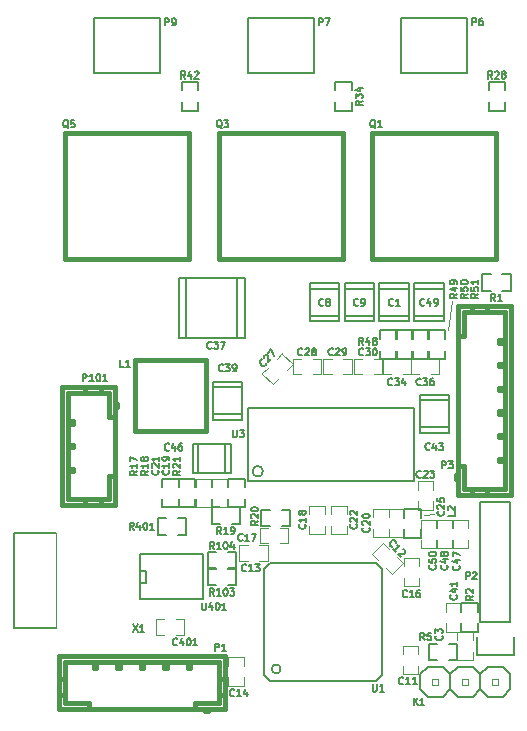
<source format=gto>
G04 #@! TF.FileFunction,Legend,Top*
%FSLAX46Y46*%
G04 Gerber Fmt 4.6, Leading zero omitted, Abs format (unit mm)*
G04 Created by KiCad (PCBNEW (2015-12-03 BZR 6346, Git b04f18b)-product) date 10.01.2016 19:55:33*
%MOMM*%
G01*
G04 APERTURE LIST*
%ADD10C,0.150000*%
%ADD11C,0.100000*%
%ADD12C,0.200000*%
%ADD13C,0.381000*%
%ADD14C,0.127000*%
%ADD15C,0.119380*%
%ADD16C,0.066040*%
%ADD17C,0.152400*%
%ADD18C,0.099060*%
G04 APERTURE END LIST*
D10*
D11*
X114150000Y-111900000D02*
X114500000Y-109450000D01*
X112150000Y-127575000D02*
X112975000Y-127450000D01*
D12*
X77394000Y-129050000D02*
X80950000Y-129050000D01*
X77400000Y-137100000D02*
X77400000Y-129099000D01*
X80950000Y-137150000D02*
X77394000Y-137150000D01*
D13*
X95250000Y-143975000D02*
X81250000Y-143975000D01*
X81746840Y-139973760D02*
X94748080Y-139973760D01*
X95250000Y-139475000D02*
X81250000Y-139475000D01*
X86350840Y-139973760D02*
X86350840Y-140474140D01*
X86350840Y-140474140D02*
X86152720Y-140474140D01*
X86152720Y-140474140D02*
X86152720Y-139973760D01*
X84151200Y-140474140D02*
X84151200Y-139973760D01*
X84349320Y-140474140D02*
X84151200Y-140474140D01*
X84349320Y-139973760D02*
X84349320Y-140474140D01*
X90150680Y-140474140D02*
X90150680Y-139973760D01*
X90348800Y-140474140D02*
X90150680Y-140474140D01*
X90348800Y-139973760D02*
X90348800Y-140474140D01*
X92152200Y-140474140D02*
X92152200Y-139973760D01*
X92350320Y-140474140D02*
X92152200Y-140474140D01*
X92350320Y-139973760D02*
X92350320Y-140474140D01*
X88349820Y-139973760D02*
X88349820Y-140474140D01*
X88349820Y-140474140D02*
X88151700Y-140474140D01*
X88151700Y-140474140D02*
X88151700Y-139973760D01*
X81249000Y-142775380D02*
X81749380Y-142775380D01*
X81749380Y-141474900D02*
X81249000Y-141474900D01*
X94750620Y-141474900D02*
X95251000Y-141474900D01*
X94750620Y-142775380D02*
X95251000Y-142775380D01*
X92751640Y-143974260D02*
X92751640Y-143473880D01*
X92751640Y-143473880D02*
X94750620Y-143473880D01*
X94750620Y-143473880D02*
X94750620Y-139973760D01*
X81749380Y-139973760D02*
X81749380Y-143473880D01*
X81749380Y-143473880D02*
X83748360Y-143473880D01*
X83748360Y-143473880D02*
X83748360Y-143974260D01*
X95250000Y-143975000D02*
X95250000Y-139475000D01*
X81250000Y-143975000D02*
X81250000Y-139475000D01*
X93551740Y-143974260D02*
X93551740Y-144174920D01*
X93551740Y-144174920D02*
X93851460Y-144174920D01*
X93851460Y-144174920D02*
X93851460Y-143974260D01*
X115000000Y-125870000D02*
X115000000Y-109870000D01*
X119001240Y-110366840D02*
X119001240Y-125368080D01*
X119500000Y-125870000D02*
X119500000Y-109870000D01*
X119001240Y-112970340D02*
X118500860Y-112970340D01*
X118500860Y-112970340D02*
X118500860Y-112772220D01*
X118500860Y-112772220D02*
X119001240Y-112772220D01*
X119001240Y-116970840D02*
X118500860Y-116970840D01*
X118500860Y-116970840D02*
X118500860Y-116772720D01*
X118500860Y-116772720D02*
X119001240Y-116772720D01*
X118500860Y-114771200D02*
X119001240Y-114771200D01*
X118500860Y-114969320D02*
X118500860Y-114771200D01*
X119001240Y-114969320D02*
X118500860Y-114969320D01*
X118500860Y-120770680D02*
X119001240Y-120770680D01*
X118500860Y-120968800D02*
X118500860Y-120770680D01*
X119001240Y-120968800D02*
X118500860Y-120968800D01*
X118500860Y-122772200D02*
X119001240Y-122772200D01*
X118500860Y-122970320D02*
X118500860Y-122772200D01*
X119001240Y-122970320D02*
X118500860Y-122970320D01*
X119001240Y-118969820D02*
X118500860Y-118969820D01*
X118500860Y-118969820D02*
X118500860Y-118771700D01*
X118500860Y-118771700D02*
X119001240Y-118771700D01*
X116199620Y-109869000D02*
X116199620Y-110369380D01*
X117500100Y-110369380D02*
X117500100Y-109869000D01*
X117500100Y-125370620D02*
X117500100Y-125871000D01*
X116199620Y-125370620D02*
X116199620Y-125871000D01*
X115000740Y-123371640D02*
X115501120Y-123371640D01*
X115501120Y-123371640D02*
X115501120Y-125370620D01*
X115501120Y-125370620D02*
X119001240Y-125370620D01*
X119001240Y-110369380D02*
X115501120Y-110369380D01*
X115501120Y-110369380D02*
X115501120Y-112368360D01*
X115501120Y-112368360D02*
X115000740Y-112368360D01*
X115000000Y-125870000D02*
X119500000Y-125870000D01*
X115000000Y-109870000D02*
X119500000Y-109870000D01*
X115000740Y-124171740D02*
X114800080Y-124171740D01*
X114800080Y-124171740D02*
X114800080Y-124471460D01*
X114800080Y-124471460D02*
X115000740Y-124471460D01*
D14*
X91348500Y-125174620D02*
X91348500Y-124468500D01*
X91348500Y-124468500D02*
X89951500Y-124468500D01*
X89951500Y-124468500D02*
X89951500Y-125174620D01*
X91348500Y-126881500D02*
X91348500Y-126175380D01*
X91348500Y-126881500D02*
X89951500Y-126881500D01*
X89951500Y-126881500D02*
X89951500Y-126175380D01*
X108095800Y-141603800D02*
X99104200Y-141603800D01*
X108603800Y-141095800D02*
X108603800Y-132104200D01*
X99104200Y-131596200D02*
X108095800Y-131596200D01*
X98596200Y-141095800D02*
X98596200Y-132104200D01*
X99993200Y-140587800D02*
G75*
G03X99993200Y-140587800I-381000J0D01*
G01*
X99104200Y-141603800D02*
X98596200Y-141095800D01*
X108603800Y-141095800D02*
X108095800Y-141603800D01*
X108095800Y-131596200D02*
X108603800Y-132104200D01*
X98596200Y-132104200D02*
X99104200Y-131596200D01*
D13*
X82449140Y-121824060D02*
X81948760Y-121824060D01*
X82449140Y-121625940D02*
X82449140Y-121824060D01*
X81948760Y-121625940D02*
X82449140Y-121625940D01*
X81450920Y-116723740D02*
X81450920Y-126726260D01*
X81948760Y-126225880D02*
X81948760Y-117224120D01*
X85949260Y-116723740D02*
X85949260Y-126726260D01*
X82449140Y-119822540D02*
X81948760Y-119822540D01*
X82449140Y-119624420D02*
X82449140Y-119822540D01*
X81948760Y-119624420D02*
X82449140Y-119624420D01*
X81948760Y-123624920D02*
X82449140Y-123624920D01*
X82449140Y-123624920D02*
X82449140Y-123823040D01*
X82449140Y-123823040D02*
X81948760Y-123823040D01*
X84750380Y-126726260D02*
X84750380Y-126225880D01*
X83449900Y-126225880D02*
X83449900Y-126726260D01*
X83449900Y-117224120D02*
X83449900Y-116723740D01*
X84750380Y-117224120D02*
X84750380Y-116723740D01*
X85949260Y-119223100D02*
X85448880Y-119223100D01*
X85448880Y-119223100D02*
X85448880Y-117224120D01*
X85448880Y-117224120D02*
X81948760Y-117224120D01*
X81948760Y-126225880D02*
X85448880Y-126225880D01*
X85448880Y-126225880D02*
X85448880Y-124226900D01*
X85448880Y-124226900D02*
X85949260Y-124226900D01*
X85949260Y-116723740D02*
X81450920Y-116723740D01*
X85949260Y-126726260D02*
X81450920Y-126726260D01*
X85949260Y-118423000D02*
X86149920Y-118423000D01*
X86149920Y-118423000D02*
X86149920Y-118123280D01*
X86149920Y-118123280D02*
X85949260Y-118123280D01*
D15*
X98924620Y-128624760D02*
X98226120Y-128624760D01*
X99925380Y-128624760D02*
X100623880Y-128624760D01*
X98924620Y-129925240D02*
X98226120Y-129925240D01*
X100623880Y-129925240D02*
X99925380Y-129925240D01*
X98226120Y-129910000D02*
X98226120Y-128640000D01*
X100623880Y-128640000D02*
X100623880Y-129910000D01*
D14*
X88108000Y-134553000D02*
X88108000Y-134680000D01*
X88108000Y-134680000D02*
X93442000Y-134680000D01*
X93442000Y-130870000D02*
X88108000Y-130870000D01*
X88108000Y-130870000D02*
X88108000Y-134553000D01*
X88108000Y-132267000D02*
X88616000Y-132267000D01*
X88616000Y-132267000D02*
X88616000Y-133283000D01*
X88616000Y-133283000D02*
X88108000Y-133283000D01*
X93442000Y-130870000D02*
X93442000Y-134680000D01*
X94849620Y-126876500D02*
X94143500Y-126876500D01*
X94143500Y-126876500D02*
X94143500Y-128273500D01*
X94143500Y-128273500D02*
X94849620Y-128273500D01*
X96556500Y-126876500D02*
X95850380Y-126876500D01*
X96556500Y-126876500D02*
X96556500Y-128273500D01*
X96556500Y-128273500D02*
X95850380Y-128273500D01*
D10*
X119725000Y-137840000D02*
X119725000Y-139390000D01*
X119725000Y-139390000D02*
X116625000Y-139390000D01*
X116625000Y-139390000D02*
X116625000Y-137840000D01*
X116905000Y-136570000D02*
X116905000Y-126410000D01*
X116905000Y-126410000D02*
X119445000Y-126410000D01*
X119445000Y-126410000D02*
X119445000Y-136570000D01*
X116905000Y-136570000D02*
X119445000Y-136570000D01*
X110200000Y-90100000D02*
X110200000Y-85500000D01*
X110200000Y-85500000D02*
X115800000Y-85500000D01*
X115800000Y-85500000D02*
X115800000Y-90100000D01*
X115800000Y-90100000D02*
X110200000Y-90100000D01*
D16*
X115381000Y-141904000D02*
X115889000Y-141904000D01*
X115889000Y-141904000D02*
X115889000Y-141396000D01*
X115381000Y-141396000D02*
X115889000Y-141396000D01*
X115381000Y-141904000D02*
X115381000Y-141396000D01*
X112841000Y-141904000D02*
X113349000Y-141904000D01*
X113349000Y-141904000D02*
X113349000Y-141396000D01*
X112841000Y-141396000D02*
X113349000Y-141396000D01*
X112841000Y-141904000D02*
X112841000Y-141396000D01*
X117921000Y-141904000D02*
X118429000Y-141904000D01*
X118429000Y-141904000D02*
X118429000Y-141396000D01*
X117921000Y-141396000D02*
X118429000Y-141396000D01*
X117921000Y-141904000D02*
X117921000Y-141396000D01*
D17*
X112460000Y-140380000D02*
X113730000Y-140380000D01*
X113730000Y-140380000D02*
X114365000Y-141015000D01*
X114365000Y-141015000D02*
X114365000Y-142285000D01*
X114365000Y-142285000D02*
X113730000Y-142920000D01*
X114365000Y-141015000D02*
X115000000Y-140380000D01*
X115000000Y-140380000D02*
X116270000Y-140380000D01*
X116270000Y-140380000D02*
X116905000Y-141015000D01*
X116905000Y-141015000D02*
X116905000Y-142285000D01*
X116905000Y-142285000D02*
X116270000Y-142920000D01*
X116270000Y-142920000D02*
X115000000Y-142920000D01*
X115000000Y-142920000D02*
X114365000Y-142285000D01*
X111825000Y-141015000D02*
X111825000Y-142285000D01*
X112460000Y-140380000D02*
X111825000Y-141015000D01*
X111825000Y-142285000D02*
X112460000Y-142920000D01*
X113730000Y-142920000D02*
X112460000Y-142920000D01*
X116905000Y-141015000D02*
X117540000Y-140380000D01*
X117540000Y-140380000D02*
X118810000Y-140380000D01*
X118810000Y-140380000D02*
X119445000Y-141015000D01*
X119445000Y-141015000D02*
X119445000Y-142285000D01*
X119445000Y-142285000D02*
X118810000Y-142920000D01*
X118810000Y-142920000D02*
X117540000Y-142920000D01*
X117540000Y-142920000D02*
X116905000Y-142285000D01*
D14*
X96309000Y-107510000D02*
X96309000Y-112590000D01*
X91991000Y-107510000D02*
X91991000Y-112590000D01*
X91356000Y-107510000D02*
X96944000Y-107510000D01*
X96944000Y-107510000D02*
X96944000Y-112590000D01*
X96944000Y-112590000D02*
X91356000Y-112590000D01*
X91356000Y-112590000D02*
X91356000Y-107510000D01*
D10*
X97200000Y-90100000D02*
X97200000Y-85500000D01*
X97200000Y-85500000D02*
X102800000Y-85500000D01*
X102800000Y-85500000D02*
X102800000Y-90100000D01*
X102800000Y-90100000D02*
X97200000Y-90100000D01*
X84200000Y-90100000D02*
X84200000Y-85500000D01*
X84200000Y-85500000D02*
X89800000Y-85500000D01*
X89800000Y-85500000D02*
X89800000Y-90100000D01*
X89800000Y-90100000D02*
X84200000Y-90100000D01*
D15*
X116250240Y-138149620D02*
X116250240Y-137451120D01*
X116250240Y-139150380D02*
X116250240Y-139848880D01*
X114949760Y-138149620D02*
X114949760Y-137451120D01*
X114949760Y-139848880D02*
X114949760Y-139150380D01*
X114965000Y-137451120D02*
X116235000Y-137451120D01*
X116235000Y-139848880D02*
X114965000Y-139848880D01*
X111625240Y-139299620D02*
X111625240Y-138601120D01*
X111625240Y-140300380D02*
X111625240Y-140998880D01*
X110324760Y-139299620D02*
X110324760Y-138601120D01*
X110324760Y-140998880D02*
X110324760Y-140300380D01*
X110340000Y-138601120D02*
X111610000Y-138601120D01*
X111610000Y-140998880D02*
X110340000Y-140998880D01*
X108944033Y-132038611D02*
X109437947Y-132532525D01*
X108236389Y-131330967D02*
X107742475Y-130837053D01*
X109863611Y-131119033D02*
X110357525Y-131612947D01*
X108662053Y-129917475D02*
X109155967Y-130411389D01*
X110346749Y-131623723D02*
X109448723Y-132521749D01*
X107753251Y-130826277D02*
X108651277Y-129928251D01*
X98200380Y-131425240D02*
X98898880Y-131425240D01*
X97199620Y-131425240D02*
X96501120Y-131425240D01*
X98200380Y-130124760D02*
X98898880Y-130124760D01*
X96501120Y-130124760D02*
X97199620Y-130124760D01*
X98898880Y-130140000D02*
X98898880Y-131410000D01*
X96501120Y-131410000D02*
X96501120Y-130140000D01*
X95574760Y-141300380D02*
X95574760Y-141998880D01*
X95574760Y-140299620D02*
X95574760Y-139601120D01*
X96875240Y-141300380D02*
X96875240Y-141998880D01*
X96875240Y-139601120D02*
X96875240Y-140299620D01*
X96860000Y-141998880D02*
X95590000Y-141998880D01*
X95590000Y-139601120D02*
X96860000Y-139601120D01*
X111725240Y-131899620D02*
X111725240Y-131201120D01*
X111725240Y-132900380D02*
X111725240Y-133598880D01*
X110424760Y-131899620D02*
X110424760Y-131201120D01*
X110424760Y-133598880D02*
X110424760Y-132900380D01*
X110440000Y-131201120D02*
X111710000Y-131201120D01*
X111710000Y-133598880D02*
X110440000Y-133598880D01*
X102424760Y-128450380D02*
X102424760Y-129148880D01*
X102424760Y-127449620D02*
X102424760Y-126751120D01*
X103725240Y-128450380D02*
X103725240Y-129148880D01*
X103725240Y-126751120D02*
X103725240Y-127449620D01*
X103710000Y-129148880D02*
X102440000Y-129148880D01*
X102440000Y-126751120D02*
X103710000Y-126751120D01*
X94199760Y-126175380D02*
X94199760Y-126873880D01*
X94199760Y-125174620D02*
X94199760Y-124476120D01*
X95500240Y-126175380D02*
X95500240Y-126873880D01*
X95500240Y-124476120D02*
X95500240Y-125174620D01*
X95485000Y-126873880D02*
X94215000Y-126873880D01*
X94215000Y-124476120D02*
X95485000Y-124476120D01*
X109125240Y-127724620D02*
X109125240Y-127026120D01*
X109125240Y-128725380D02*
X109125240Y-129423880D01*
X107824760Y-127724620D02*
X107824760Y-127026120D01*
X107824760Y-129423880D02*
X107824760Y-128725380D01*
X107840000Y-127026120D02*
X109110000Y-127026120D01*
X109110000Y-129423880D02*
X107840000Y-129423880D01*
X92799760Y-126175380D02*
X92799760Y-126873880D01*
X92799760Y-125174620D02*
X92799760Y-124476120D01*
X94100240Y-126175380D02*
X94100240Y-126873880D01*
X94100240Y-124476120D02*
X94100240Y-125174620D01*
X94085000Y-126873880D02*
X92815000Y-126873880D01*
X92815000Y-124476120D02*
X94085000Y-124476120D01*
X105575240Y-127449620D02*
X105575240Y-126751120D01*
X105575240Y-128450380D02*
X105575240Y-129148880D01*
X104274760Y-127449620D02*
X104274760Y-126751120D01*
X104274760Y-129148880D02*
X104274760Y-128450380D01*
X104290000Y-126751120D02*
X105560000Y-126751120D01*
X105560000Y-129148880D02*
X104290000Y-129148880D01*
X111599760Y-126400380D02*
X111599760Y-127098880D01*
X111599760Y-125399620D02*
X111599760Y-124701120D01*
X112900240Y-126400380D02*
X112900240Y-127098880D01*
X112900240Y-124701120D02*
X112900240Y-125399620D01*
X112885000Y-127098880D02*
X111615000Y-127098880D01*
X111615000Y-124701120D02*
X112885000Y-124701120D01*
X98936389Y-115069033D02*
X98442475Y-115562947D01*
X99644033Y-114361389D02*
X100137947Y-113867475D01*
X99855967Y-115988611D02*
X99362053Y-116482525D01*
X101057525Y-114787053D02*
X100563611Y-115280967D01*
X99351277Y-116471749D02*
X98453251Y-115573723D01*
X100148723Y-113878251D02*
X101046749Y-114776277D01*
X101724620Y-114349760D02*
X101026120Y-114349760D01*
X102725380Y-114349760D02*
X103423880Y-114349760D01*
X101724620Y-115650240D02*
X101026120Y-115650240D01*
X103423880Y-115650240D02*
X102725380Y-115650240D01*
X101026120Y-115635000D02*
X101026120Y-114365000D01*
X103423880Y-114365000D02*
X103423880Y-115635000D01*
X104299620Y-114349760D02*
X103601120Y-114349760D01*
X105300380Y-114349760D02*
X105998880Y-114349760D01*
X104299620Y-115650240D02*
X103601120Y-115650240D01*
X105998880Y-115650240D02*
X105300380Y-115650240D01*
X103601120Y-115635000D02*
X103601120Y-114365000D01*
X105998880Y-114365000D02*
X105998880Y-115635000D01*
X106874620Y-114349760D02*
X106176120Y-114349760D01*
X107875380Y-114349760D02*
X108573880Y-114349760D01*
X106874620Y-115650240D02*
X106176120Y-115650240D01*
X108573880Y-115650240D02*
X107875380Y-115650240D01*
X106176120Y-115635000D02*
X106176120Y-114365000D01*
X108573880Y-114365000D02*
X108573880Y-115635000D01*
X110325380Y-115650240D02*
X111023880Y-115650240D01*
X109324620Y-115650240D02*
X108626120Y-115650240D01*
X110325380Y-114349760D02*
X111023880Y-114349760D01*
X108626120Y-114349760D02*
X109324620Y-114349760D01*
X111023880Y-114365000D02*
X111023880Y-115635000D01*
X108626120Y-115635000D02*
X108626120Y-114365000D01*
X111724620Y-114349760D02*
X111026120Y-114349760D01*
X112725380Y-114349760D02*
X113423880Y-114349760D01*
X111724620Y-115650240D02*
X111026120Y-115650240D01*
X113423880Y-115650240D02*
X112725380Y-115650240D01*
X111026120Y-115635000D02*
X111026120Y-114365000D01*
X113423880Y-114365000D02*
X113423880Y-115635000D01*
X113999760Y-136725380D02*
X113999760Y-137423880D01*
X113999760Y-135724620D02*
X113999760Y-135026120D01*
X115300240Y-136725380D02*
X115300240Y-137423880D01*
X115300240Y-135026120D02*
X115300240Y-135724620D01*
X115285000Y-137423880D02*
X114015000Y-137423880D01*
X114015000Y-135026120D02*
X115285000Y-135026120D01*
X90149620Y-136374760D02*
X89451120Y-136374760D01*
X91150380Y-136374760D02*
X91848880Y-136374760D01*
X90149620Y-137675240D02*
X89451120Y-137675240D01*
X91848880Y-137675240D02*
X91150380Y-137675240D01*
X89451120Y-137660000D02*
X89451120Y-136390000D01*
X91848880Y-136390000D02*
X91848880Y-137660000D01*
D14*
X118775380Y-108573500D02*
X119481500Y-108573500D01*
X119481500Y-108573500D02*
X119481500Y-107176500D01*
X119481500Y-107176500D02*
X118775380Y-107176500D01*
X117068500Y-108573500D02*
X117774620Y-108573500D01*
X117068500Y-108573500D02*
X117068500Y-107176500D01*
X117068500Y-107176500D02*
X117774620Y-107176500D01*
X116698500Y-135724620D02*
X116698500Y-135018500D01*
X116698500Y-135018500D02*
X115301500Y-135018500D01*
X115301500Y-135018500D02*
X115301500Y-135724620D01*
X116698500Y-137431500D02*
X116698500Y-136725380D01*
X116698500Y-137431500D02*
X115301500Y-137431500D01*
X115301500Y-137431500D02*
X115301500Y-136725380D01*
X114225380Y-139848500D02*
X114931500Y-139848500D01*
X114931500Y-139848500D02*
X114931500Y-138451500D01*
X114931500Y-138451500D02*
X114225380Y-138451500D01*
X112518500Y-139848500D02*
X113224620Y-139848500D01*
X112518500Y-139848500D02*
X112518500Y-138451500D01*
X112518500Y-138451500D02*
X113224620Y-138451500D01*
X91351500Y-126175380D02*
X91351500Y-126881500D01*
X91351500Y-126881500D02*
X92748500Y-126881500D01*
X92748500Y-126881500D02*
X92748500Y-126175380D01*
X91351500Y-124468500D02*
X91351500Y-125174620D01*
X91351500Y-124468500D02*
X92748500Y-124468500D01*
X92748500Y-124468500D02*
X92748500Y-125174620D01*
X100075380Y-128523500D02*
X100781500Y-128523500D01*
X100781500Y-128523500D02*
X100781500Y-127126500D01*
X100781500Y-127126500D02*
X100075380Y-127126500D01*
X98368500Y-128523500D02*
X99074620Y-128523500D01*
X98368500Y-128523500D02*
X98368500Y-127126500D01*
X98368500Y-127126500D02*
X99074620Y-127126500D01*
X96948500Y-125174620D02*
X96948500Y-124468500D01*
X96948500Y-124468500D02*
X95551500Y-124468500D01*
X95551500Y-124468500D02*
X95551500Y-125174620D01*
X96948500Y-126881500D02*
X96948500Y-126175380D01*
X96948500Y-126881500D02*
X95551500Y-126881500D01*
X95551500Y-126881500D02*
X95551500Y-126175380D01*
X118998500Y-91599620D02*
X118998500Y-90893500D01*
X118998500Y-90893500D02*
X117601500Y-90893500D01*
X117601500Y-90893500D02*
X117601500Y-91599620D01*
X118998500Y-93306500D02*
X118998500Y-92600380D01*
X118998500Y-93306500D02*
X117601500Y-93306500D01*
X117601500Y-93306500D02*
X117601500Y-92600380D01*
X105998500Y-91599620D02*
X105998500Y-90893500D01*
X105998500Y-90893500D02*
X104601500Y-90893500D01*
X104601500Y-90893500D02*
X104601500Y-91599620D01*
X105998500Y-93306500D02*
X105998500Y-92600380D01*
X105998500Y-93306500D02*
X104601500Y-93306500D01*
X104601500Y-93306500D02*
X104601500Y-92600380D01*
X92998500Y-91599620D02*
X92998500Y-90893500D01*
X92998500Y-90893500D02*
X91601500Y-90893500D01*
X91601500Y-90893500D02*
X91601500Y-91599620D01*
X92998500Y-93306500D02*
X92998500Y-92600380D01*
X92998500Y-93306500D02*
X91601500Y-93306500D01*
X91601500Y-93306500D02*
X91601500Y-92600380D01*
X109823500Y-112624620D02*
X109823500Y-111918500D01*
X109823500Y-111918500D02*
X108426500Y-111918500D01*
X108426500Y-111918500D02*
X108426500Y-112624620D01*
X109823500Y-114331500D02*
X109823500Y-113625380D01*
X109823500Y-114331500D02*
X108426500Y-114331500D01*
X108426500Y-114331500D02*
X108426500Y-113625380D01*
X111173500Y-112624620D02*
X111173500Y-111918500D01*
X111173500Y-111918500D02*
X109776500Y-111918500D01*
X109776500Y-111918500D02*
X109776500Y-112624620D01*
X111173500Y-114331500D02*
X111173500Y-113625380D01*
X111173500Y-114331500D02*
X109776500Y-114331500D01*
X109776500Y-114331500D02*
X109776500Y-113625380D01*
X112523500Y-112624620D02*
X112523500Y-111918500D01*
X112523500Y-111918500D02*
X111126500Y-111918500D01*
X111126500Y-111918500D02*
X111126500Y-112624620D01*
X112523500Y-114331500D02*
X112523500Y-113625380D01*
X112523500Y-114331500D02*
X111126500Y-114331500D01*
X111126500Y-114331500D02*
X111126500Y-113625380D01*
X113873500Y-112624620D02*
X113873500Y-111918500D01*
X113873500Y-111918500D02*
X112476500Y-111918500D01*
X112476500Y-111918500D02*
X112476500Y-112624620D01*
X113873500Y-114331500D02*
X113873500Y-113625380D01*
X113873500Y-114331500D02*
X112476500Y-114331500D01*
X112476500Y-114331500D02*
X112476500Y-113625380D01*
X95525380Y-133473500D02*
X96231500Y-133473500D01*
X96231500Y-133473500D02*
X96231500Y-132076500D01*
X96231500Y-132076500D02*
X95525380Y-132076500D01*
X93818500Y-133473500D02*
X94524620Y-133473500D01*
X93818500Y-133473500D02*
X93818500Y-132076500D01*
X93818500Y-132076500D02*
X94524620Y-132076500D01*
X95525380Y-132123500D02*
X96231500Y-132123500D01*
X96231500Y-132123500D02*
X96231500Y-130726500D01*
X96231500Y-130726500D02*
X95525380Y-130726500D01*
X93818500Y-132123500D02*
X94524620Y-132123500D01*
X93818500Y-132123500D02*
X93818500Y-130726500D01*
X93818500Y-130726500D02*
X94524620Y-130726500D01*
X90274620Y-127826500D02*
X89568500Y-127826500D01*
X89568500Y-127826500D02*
X89568500Y-129223500D01*
X89568500Y-129223500D02*
X90274620Y-129223500D01*
X91981500Y-127826500D02*
X91275380Y-127826500D01*
X91981500Y-127826500D02*
X91981500Y-129223500D01*
X91981500Y-129223500D02*
X91275380Y-129223500D01*
D18*
X81000000Y-129100000D02*
X81000000Y-137100000D01*
D14*
X110844600Y-107949800D02*
X108355400Y-107949800D01*
X108355400Y-111150200D02*
X110844600Y-111150200D01*
X110844600Y-110693000D02*
X108355400Y-110693000D01*
X108355400Y-108407000D02*
X110844600Y-108407000D01*
X108355400Y-107949800D02*
X108355400Y-111150200D01*
X110844600Y-111150200D02*
X110844600Y-107949800D01*
X104944600Y-107949800D02*
X102455400Y-107949800D01*
X102455400Y-111150200D02*
X104944600Y-111150200D01*
X104944600Y-110693000D02*
X102455400Y-110693000D01*
X102455400Y-108407000D02*
X104944600Y-108407000D01*
X102455400Y-107949800D02*
X102455400Y-111150200D01*
X104944600Y-111150200D02*
X104944600Y-107949800D01*
X107894600Y-107949800D02*
X105405400Y-107949800D01*
X105405400Y-111150200D02*
X107894600Y-111150200D01*
X107894600Y-110693000D02*
X105405400Y-110693000D01*
X105405400Y-108407000D02*
X107894600Y-108407000D01*
X105405400Y-107949800D02*
X105405400Y-111150200D01*
X107894600Y-111150200D02*
X107894600Y-107949800D01*
X96744600Y-116274800D02*
X94255400Y-116274800D01*
X94255400Y-119475200D02*
X96744600Y-119475200D01*
X96744600Y-119018000D02*
X94255400Y-119018000D01*
X94255400Y-116732000D02*
X96744600Y-116732000D01*
X94255400Y-116274800D02*
X94255400Y-119475200D01*
X96744600Y-119475200D02*
X96744600Y-116274800D01*
X111755400Y-120575200D02*
X114244600Y-120575200D01*
X114244600Y-117374800D02*
X111755400Y-117374800D01*
X111755400Y-117832000D02*
X114244600Y-117832000D01*
X114244600Y-120118000D02*
X111755400Y-120118000D01*
X114244600Y-120575200D02*
X114244600Y-117374800D01*
X111755400Y-117374800D02*
X111755400Y-120575200D01*
X111305400Y-111150200D02*
X113794600Y-111150200D01*
X113794600Y-107949800D02*
X111305400Y-107949800D01*
X111305400Y-108407000D02*
X113794600Y-108407000D01*
X113794600Y-110693000D02*
X111305400Y-110693000D01*
X113794600Y-111150200D02*
X113794600Y-107949800D01*
X111305400Y-107949800D02*
X111305400Y-111150200D01*
D15*
X110475240Y-127749620D02*
X110475240Y-127051120D01*
X110475240Y-128750380D02*
X110475240Y-129448880D01*
X109174760Y-127749620D02*
X109174760Y-127051120D01*
X109174760Y-129448880D02*
X109174760Y-128750380D01*
X109190000Y-127051120D02*
X110460000Y-127051120D01*
X110460000Y-129448880D02*
X109190000Y-129448880D01*
D14*
X95750200Y-123994600D02*
X95750200Y-121505400D01*
X92549800Y-121505400D02*
X92549800Y-123994600D01*
X93007000Y-123994600D02*
X93007000Y-121505400D01*
X95293000Y-121505400D02*
X95293000Y-123994600D01*
X95750200Y-121505400D02*
X92549800Y-121505400D01*
X92549800Y-123994600D02*
X95750200Y-123994600D01*
D15*
X115875240Y-128649620D02*
X115875240Y-127951120D01*
X115875240Y-129650380D02*
X115875240Y-130348880D01*
X114574760Y-128649620D02*
X114574760Y-127951120D01*
X114574760Y-130348880D02*
X114574760Y-129650380D01*
X114590000Y-127951120D02*
X115860000Y-127951120D01*
X115860000Y-130348880D02*
X114590000Y-130348880D01*
X114525240Y-128649620D02*
X114525240Y-127951120D01*
X114525240Y-129650380D02*
X114525240Y-130348880D01*
X113224760Y-128649620D02*
X113224760Y-127951120D01*
X113224760Y-130348880D02*
X113224760Y-129650380D01*
X113240000Y-127951120D02*
X114510000Y-127951120D01*
X114510000Y-130348880D02*
X113240000Y-130348880D01*
X113175240Y-128649620D02*
X113175240Y-127951120D01*
X113175240Y-129650380D02*
X113175240Y-130348880D01*
X111874760Y-128649620D02*
X111874760Y-127951120D01*
X111874760Y-130348880D02*
X111874760Y-129650380D01*
X111890000Y-127951120D02*
X113160000Y-127951120D01*
X113160000Y-130348880D02*
X111890000Y-130348880D01*
D14*
X110476500Y-128775380D02*
X110476500Y-129481500D01*
X110476500Y-129481500D02*
X111873500Y-129481500D01*
X111873500Y-129481500D02*
X111873500Y-128775380D01*
X110476500Y-127068500D02*
X110476500Y-127774620D01*
X110476500Y-127068500D02*
X111873500Y-127068500D01*
X111873500Y-127068500D02*
X111873500Y-127774620D01*
X97200000Y-124700000D02*
X111300000Y-124700000D01*
X111300000Y-118500000D02*
X97200000Y-118500000D01*
X111300000Y-118550000D02*
X111300000Y-124650000D01*
X97200000Y-124700000D02*
X97200000Y-118500000D01*
X98497214Y-123850000D02*
G75*
G03X98497214Y-123850000I-447214J0D01*
G01*
D13*
X81750000Y-105900000D02*
X92250000Y-105900000D01*
X81750000Y-95200000D02*
X92250000Y-95200000D01*
X92250000Y-95200000D02*
X92250000Y-105900000D01*
X81750000Y-105900000D02*
X81750000Y-95200000D01*
X94750000Y-105900000D02*
X105250000Y-105900000D01*
X94750000Y-95200000D02*
X105250000Y-95200000D01*
X105250000Y-95200000D02*
X105250000Y-105900000D01*
X94750000Y-105900000D02*
X94750000Y-95200000D01*
X107750000Y-105900000D02*
X118250000Y-105900000D01*
X107750000Y-95200000D02*
X118250000Y-95200000D01*
X118250000Y-95200000D02*
X118250000Y-105900000D01*
X107750000Y-105900000D02*
X107750000Y-95200000D01*
X87650000Y-120400000D02*
X93650000Y-120400000D01*
X93650000Y-114400000D02*
X87650000Y-114400000D01*
X93650000Y-114400000D02*
X93650000Y-120400000D01*
X87650000Y-114400000D02*
X87650000Y-120400000D01*
D10*
X94457143Y-139046429D02*
X94457143Y-138446429D01*
X94685715Y-138446429D01*
X94742857Y-138475000D01*
X94771429Y-138503571D01*
X94800000Y-138560714D01*
X94800000Y-138646429D01*
X94771429Y-138703571D01*
X94742857Y-138732143D01*
X94685715Y-138760714D01*
X94457143Y-138760714D01*
X95371429Y-139046429D02*
X95028572Y-139046429D01*
X95200000Y-139046429D02*
X95200000Y-138446429D01*
X95142857Y-138532143D01*
X95085715Y-138589286D01*
X95028572Y-138617857D01*
X113657143Y-123596429D02*
X113657143Y-122996429D01*
X113885715Y-122996429D01*
X113942857Y-123025000D01*
X113971429Y-123053571D01*
X114000000Y-123110714D01*
X114000000Y-123196429D01*
X113971429Y-123253571D01*
X113942857Y-123282143D01*
X113885715Y-123310714D01*
X113657143Y-123310714D01*
X114200000Y-122996429D02*
X114571429Y-122996429D01*
X114371429Y-123225000D01*
X114457143Y-123225000D01*
X114514286Y-123253571D01*
X114542857Y-123282143D01*
X114571429Y-123339286D01*
X114571429Y-123482143D01*
X114542857Y-123539286D01*
X114514286Y-123567857D01*
X114457143Y-123596429D01*
X114285715Y-123596429D01*
X114228572Y-123567857D01*
X114200000Y-123539286D01*
X87871429Y-123785715D02*
X87585714Y-123985715D01*
X87871429Y-124128572D02*
X87271429Y-124128572D01*
X87271429Y-123900000D01*
X87300000Y-123842858D01*
X87328571Y-123814286D01*
X87385714Y-123785715D01*
X87471429Y-123785715D01*
X87528571Y-123814286D01*
X87557143Y-123842858D01*
X87585714Y-123900000D01*
X87585714Y-124128572D01*
X87871429Y-123214286D02*
X87871429Y-123557143D01*
X87871429Y-123385715D02*
X87271429Y-123385715D01*
X87357143Y-123442858D01*
X87414286Y-123500000D01*
X87442857Y-123557143D01*
X87271429Y-123014286D02*
X87271429Y-122614286D01*
X87871429Y-122871429D01*
X107792857Y-141896429D02*
X107792857Y-142382143D01*
X107821429Y-142439286D01*
X107850000Y-142467857D01*
X107907143Y-142496429D01*
X108021429Y-142496429D01*
X108078571Y-142467857D01*
X108107143Y-142439286D01*
X108135714Y-142382143D01*
X108135714Y-141896429D01*
X108735714Y-142496429D02*
X108392857Y-142496429D01*
X108564285Y-142496429D02*
X108564285Y-141896429D01*
X108507142Y-141982143D01*
X108450000Y-142039286D01*
X108392857Y-142067857D01*
X83235714Y-116221429D02*
X83235714Y-115621429D01*
X83464286Y-115621429D01*
X83521428Y-115650000D01*
X83550000Y-115678571D01*
X83578571Y-115735714D01*
X83578571Y-115821429D01*
X83550000Y-115878571D01*
X83521428Y-115907143D01*
X83464286Y-115935714D01*
X83235714Y-115935714D01*
X84150000Y-116221429D02*
X83807143Y-116221429D01*
X83978571Y-116221429D02*
X83978571Y-115621429D01*
X83921428Y-115707143D01*
X83864286Y-115764286D01*
X83807143Y-115792857D01*
X84521429Y-115621429D02*
X84578572Y-115621429D01*
X84635715Y-115650000D01*
X84664286Y-115678571D01*
X84692857Y-115735714D01*
X84721429Y-115850000D01*
X84721429Y-115992857D01*
X84692857Y-116107143D01*
X84664286Y-116164286D01*
X84635715Y-116192857D01*
X84578572Y-116221429D01*
X84521429Y-116221429D01*
X84464286Y-116192857D01*
X84435715Y-116164286D01*
X84407143Y-116107143D01*
X84378572Y-115992857D01*
X84378572Y-115850000D01*
X84407143Y-115735714D01*
X84435715Y-115678571D01*
X84464286Y-115650000D01*
X84521429Y-115621429D01*
X85292858Y-116221429D02*
X84950001Y-116221429D01*
X85121429Y-116221429D02*
X85121429Y-115621429D01*
X85064286Y-115707143D01*
X85007144Y-115764286D01*
X84950001Y-115792857D01*
X96764285Y-129664286D02*
X96735714Y-129692857D01*
X96650000Y-129721429D01*
X96592857Y-129721429D01*
X96507142Y-129692857D01*
X96450000Y-129635714D01*
X96421428Y-129578571D01*
X96392857Y-129464286D01*
X96392857Y-129378571D01*
X96421428Y-129264286D01*
X96450000Y-129207143D01*
X96507142Y-129150000D01*
X96592857Y-129121429D01*
X96650000Y-129121429D01*
X96735714Y-129150000D01*
X96764285Y-129178571D01*
X97335714Y-129721429D02*
X96992857Y-129721429D01*
X97164285Y-129721429D02*
X97164285Y-129121429D01*
X97107142Y-129207143D01*
X97050000Y-129264286D01*
X96992857Y-129292857D01*
X97535714Y-129121429D02*
X97935714Y-129121429D01*
X97678571Y-129721429D01*
X93321428Y-134971429D02*
X93321428Y-135457143D01*
X93350000Y-135514286D01*
X93378571Y-135542857D01*
X93435714Y-135571429D01*
X93550000Y-135571429D01*
X93607142Y-135542857D01*
X93635714Y-135514286D01*
X93664285Y-135457143D01*
X93664285Y-134971429D01*
X94207142Y-135171429D02*
X94207142Y-135571429D01*
X94064285Y-134942857D02*
X93921428Y-135371429D01*
X94292856Y-135371429D01*
X94635714Y-134971429D02*
X94692857Y-134971429D01*
X94750000Y-135000000D01*
X94778571Y-135028571D01*
X94807142Y-135085714D01*
X94835714Y-135200000D01*
X94835714Y-135342857D01*
X94807142Y-135457143D01*
X94778571Y-135514286D01*
X94750000Y-135542857D01*
X94692857Y-135571429D01*
X94635714Y-135571429D01*
X94578571Y-135542857D01*
X94550000Y-135514286D01*
X94521428Y-135457143D01*
X94492857Y-135342857D01*
X94492857Y-135200000D01*
X94521428Y-135085714D01*
X94550000Y-135028571D01*
X94578571Y-135000000D01*
X94635714Y-134971429D01*
X95407143Y-135571429D02*
X95064286Y-135571429D01*
X95235714Y-135571429D02*
X95235714Y-134971429D01*
X95178571Y-135057143D01*
X95121429Y-135114286D01*
X95064286Y-135142857D01*
X94964285Y-129171429D02*
X94764285Y-128885714D01*
X94621428Y-129171429D02*
X94621428Y-128571429D01*
X94850000Y-128571429D01*
X94907142Y-128600000D01*
X94935714Y-128628571D01*
X94964285Y-128685714D01*
X94964285Y-128771429D01*
X94935714Y-128828571D01*
X94907142Y-128857143D01*
X94850000Y-128885714D01*
X94621428Y-128885714D01*
X95535714Y-129171429D02*
X95192857Y-129171429D01*
X95364285Y-129171429D02*
X95364285Y-128571429D01*
X95307142Y-128657143D01*
X95250000Y-128714286D01*
X95192857Y-128742857D01*
X95821429Y-129171429D02*
X95935714Y-129171429D01*
X95992857Y-129142857D01*
X96021429Y-129114286D01*
X96078571Y-129028571D01*
X96107143Y-128914286D01*
X96107143Y-128685714D01*
X96078571Y-128628571D01*
X96050000Y-128600000D01*
X95992857Y-128571429D01*
X95878571Y-128571429D01*
X95821429Y-128600000D01*
X95792857Y-128628571D01*
X95764286Y-128685714D01*
X95764286Y-128828571D01*
X95792857Y-128885714D01*
X95821429Y-128914286D01*
X95878571Y-128942857D01*
X95992857Y-128942857D01*
X96050000Y-128914286D01*
X96078571Y-128885714D01*
X96107143Y-128828571D01*
X115682143Y-132971429D02*
X115682143Y-132371429D01*
X115910715Y-132371429D01*
X115967857Y-132400000D01*
X115996429Y-132428571D01*
X116025000Y-132485714D01*
X116025000Y-132571429D01*
X115996429Y-132628571D01*
X115967857Y-132657143D01*
X115910715Y-132685714D01*
X115682143Y-132685714D01*
X116253572Y-132428571D02*
X116282143Y-132400000D01*
X116339286Y-132371429D01*
X116482143Y-132371429D01*
X116539286Y-132400000D01*
X116567857Y-132428571D01*
X116596429Y-132485714D01*
X116596429Y-132542857D01*
X116567857Y-132628571D01*
X116225000Y-132971429D01*
X116596429Y-132971429D01*
X116207143Y-86096429D02*
X116207143Y-85496429D01*
X116435715Y-85496429D01*
X116492857Y-85525000D01*
X116521429Y-85553571D01*
X116550000Y-85610714D01*
X116550000Y-85696429D01*
X116521429Y-85753571D01*
X116492857Y-85782143D01*
X116435715Y-85810714D01*
X116207143Y-85810714D01*
X117064286Y-85496429D02*
X116950000Y-85496429D01*
X116892857Y-85525000D01*
X116864286Y-85553571D01*
X116807143Y-85639286D01*
X116778572Y-85753571D01*
X116778572Y-85982143D01*
X116807143Y-86039286D01*
X116835715Y-86067857D01*
X116892857Y-86096429D01*
X117007143Y-86096429D01*
X117064286Y-86067857D01*
X117092857Y-86039286D01*
X117121429Y-85982143D01*
X117121429Y-85839286D01*
X117092857Y-85782143D01*
X117064286Y-85753571D01*
X117007143Y-85725000D01*
X116892857Y-85725000D01*
X116835715Y-85753571D01*
X116807143Y-85782143D01*
X116778572Y-85839286D01*
X111257143Y-143646429D02*
X111257143Y-143046429D01*
X111600000Y-143646429D02*
X111342857Y-143303571D01*
X111600000Y-143046429D02*
X111257143Y-143389286D01*
X112171429Y-143646429D02*
X111828572Y-143646429D01*
X112000000Y-143646429D02*
X112000000Y-143046429D01*
X111942857Y-143132143D01*
X111885715Y-143189286D01*
X111828572Y-143217857D01*
X94139285Y-113414286D02*
X94110714Y-113442857D01*
X94025000Y-113471429D01*
X93967857Y-113471429D01*
X93882142Y-113442857D01*
X93825000Y-113385714D01*
X93796428Y-113328571D01*
X93767857Y-113214286D01*
X93767857Y-113128571D01*
X93796428Y-113014286D01*
X93825000Y-112957143D01*
X93882142Y-112900000D01*
X93967857Y-112871429D01*
X94025000Y-112871429D01*
X94110714Y-112900000D01*
X94139285Y-112928571D01*
X94339285Y-112871429D02*
X94710714Y-112871429D01*
X94510714Y-113100000D01*
X94596428Y-113100000D01*
X94653571Y-113128571D01*
X94682142Y-113157143D01*
X94710714Y-113214286D01*
X94710714Y-113357143D01*
X94682142Y-113414286D01*
X94653571Y-113442857D01*
X94596428Y-113471429D01*
X94425000Y-113471429D01*
X94367857Y-113442857D01*
X94339285Y-113414286D01*
X94910714Y-112871429D02*
X95310714Y-112871429D01*
X95053571Y-113471429D01*
X103207143Y-86096429D02*
X103207143Y-85496429D01*
X103435715Y-85496429D01*
X103492857Y-85525000D01*
X103521429Y-85553571D01*
X103550000Y-85610714D01*
X103550000Y-85696429D01*
X103521429Y-85753571D01*
X103492857Y-85782143D01*
X103435715Y-85810714D01*
X103207143Y-85810714D01*
X103750000Y-85496429D02*
X104150000Y-85496429D01*
X103892857Y-86096429D01*
X90207143Y-86096429D02*
X90207143Y-85496429D01*
X90435715Y-85496429D01*
X90492857Y-85525000D01*
X90521429Y-85553571D01*
X90550000Y-85610714D01*
X90550000Y-85696429D01*
X90521429Y-85753571D01*
X90492857Y-85782143D01*
X90435715Y-85810714D01*
X90207143Y-85810714D01*
X90835715Y-86096429D02*
X90950000Y-86096429D01*
X91007143Y-86067857D01*
X91035715Y-86039286D01*
X91092857Y-85953571D01*
X91121429Y-85839286D01*
X91121429Y-85610714D01*
X91092857Y-85553571D01*
X91064286Y-85525000D01*
X91007143Y-85496429D01*
X90892857Y-85496429D01*
X90835715Y-85525000D01*
X90807143Y-85553571D01*
X90778572Y-85610714D01*
X90778572Y-85753571D01*
X90807143Y-85810714D01*
X90835715Y-85839286D01*
X90892857Y-85867857D01*
X91007143Y-85867857D01*
X91064286Y-85839286D01*
X91092857Y-85810714D01*
X91121429Y-85753571D01*
X113639286Y-137775000D02*
X113667857Y-137803571D01*
X113696429Y-137889285D01*
X113696429Y-137946428D01*
X113667857Y-138032143D01*
X113610714Y-138089285D01*
X113553571Y-138117857D01*
X113439286Y-138146428D01*
X113353571Y-138146428D01*
X113239286Y-138117857D01*
X113182143Y-138089285D01*
X113125000Y-138032143D01*
X113096429Y-137946428D01*
X113096429Y-137889285D01*
X113125000Y-137803571D01*
X113153571Y-137775000D01*
X113096429Y-137575000D02*
X113096429Y-137203571D01*
X113325000Y-137403571D01*
X113325000Y-137317857D01*
X113353571Y-137260714D01*
X113382143Y-137232143D01*
X113439286Y-137203571D01*
X113582143Y-137203571D01*
X113639286Y-137232143D01*
X113667857Y-137260714D01*
X113696429Y-137317857D01*
X113696429Y-137489285D01*
X113667857Y-137546428D01*
X113639286Y-137575000D01*
X110364285Y-141839286D02*
X110335714Y-141867857D01*
X110250000Y-141896429D01*
X110192857Y-141896429D01*
X110107142Y-141867857D01*
X110050000Y-141810714D01*
X110021428Y-141753571D01*
X109992857Y-141639286D01*
X109992857Y-141553571D01*
X110021428Y-141439286D01*
X110050000Y-141382143D01*
X110107142Y-141325000D01*
X110192857Y-141296429D01*
X110250000Y-141296429D01*
X110335714Y-141325000D01*
X110364285Y-141353571D01*
X110935714Y-141896429D02*
X110592857Y-141896429D01*
X110764285Y-141896429D02*
X110764285Y-141296429D01*
X110707142Y-141382143D01*
X110650000Y-141439286D01*
X110592857Y-141467857D01*
X111507143Y-141896429D02*
X111164286Y-141896429D01*
X111335714Y-141896429D02*
X111335714Y-141296429D01*
X111278571Y-141382143D01*
X111221429Y-141439286D01*
X111164286Y-141467857D01*
X109425735Y-130228781D02*
X109385330Y-130228781D01*
X109304517Y-130188376D01*
X109264111Y-130147970D01*
X109223705Y-130067157D01*
X109223706Y-129986345D01*
X109243908Y-129925735D01*
X109304517Y-129824721D01*
X109365127Y-129764111D01*
X109466141Y-129703502D01*
X109526751Y-129683299D01*
X109607563Y-129683299D01*
X109688375Y-129723706D01*
X109728781Y-129764112D01*
X109769188Y-129844924D01*
X109769188Y-129885329D01*
X109789390Y-130673249D02*
X109546954Y-130430812D01*
X109668172Y-130552030D02*
X110092436Y-130127766D01*
X109991421Y-130147969D01*
X109910609Y-130147970D01*
X109850000Y-130127766D01*
X110334874Y-130451015D02*
X110375279Y-130451015D01*
X110435888Y-130471219D01*
X110536903Y-130572234D01*
X110557107Y-130632843D01*
X110557107Y-130673248D01*
X110536904Y-130733858D01*
X110496498Y-130774264D01*
X110415685Y-130814670D01*
X109930812Y-130814670D01*
X110193452Y-131077310D01*
X97064285Y-132264286D02*
X97035714Y-132292857D01*
X96950000Y-132321429D01*
X96892857Y-132321429D01*
X96807142Y-132292857D01*
X96750000Y-132235714D01*
X96721428Y-132178571D01*
X96692857Y-132064286D01*
X96692857Y-131978571D01*
X96721428Y-131864286D01*
X96750000Y-131807143D01*
X96807142Y-131750000D01*
X96892857Y-131721429D01*
X96950000Y-131721429D01*
X97035714Y-131750000D01*
X97064285Y-131778571D01*
X97635714Y-132321429D02*
X97292857Y-132321429D01*
X97464285Y-132321429D02*
X97464285Y-131721429D01*
X97407142Y-131807143D01*
X97350000Y-131864286D01*
X97292857Y-131892857D01*
X97835714Y-131721429D02*
X98207143Y-131721429D01*
X98007143Y-131950000D01*
X98092857Y-131950000D01*
X98150000Y-131978571D01*
X98178571Y-132007143D01*
X98207143Y-132064286D01*
X98207143Y-132207143D01*
X98178571Y-132264286D01*
X98150000Y-132292857D01*
X98092857Y-132321429D01*
X97921429Y-132321429D01*
X97864286Y-132292857D01*
X97835714Y-132264286D01*
X96064285Y-142839286D02*
X96035714Y-142867857D01*
X95950000Y-142896429D01*
X95892857Y-142896429D01*
X95807142Y-142867857D01*
X95750000Y-142810714D01*
X95721428Y-142753571D01*
X95692857Y-142639286D01*
X95692857Y-142553571D01*
X95721428Y-142439286D01*
X95750000Y-142382143D01*
X95807142Y-142325000D01*
X95892857Y-142296429D01*
X95950000Y-142296429D01*
X96035714Y-142325000D01*
X96064285Y-142353571D01*
X96635714Y-142896429D02*
X96292857Y-142896429D01*
X96464285Y-142896429D02*
X96464285Y-142296429D01*
X96407142Y-142382143D01*
X96350000Y-142439286D01*
X96292857Y-142467857D01*
X97150000Y-142496429D02*
X97150000Y-142896429D01*
X97007143Y-142267857D02*
X96864286Y-142696429D01*
X97235714Y-142696429D01*
X110689285Y-134439286D02*
X110660714Y-134467857D01*
X110575000Y-134496429D01*
X110517857Y-134496429D01*
X110432142Y-134467857D01*
X110375000Y-134410714D01*
X110346428Y-134353571D01*
X110317857Y-134239286D01*
X110317857Y-134153571D01*
X110346428Y-134039286D01*
X110375000Y-133982143D01*
X110432142Y-133925000D01*
X110517857Y-133896429D01*
X110575000Y-133896429D01*
X110660714Y-133925000D01*
X110689285Y-133953571D01*
X111260714Y-134496429D02*
X110917857Y-134496429D01*
X111089285Y-134496429D02*
X111089285Y-133896429D01*
X111032142Y-133982143D01*
X110975000Y-134039286D01*
X110917857Y-134067857D01*
X111775000Y-133896429D02*
X111660714Y-133896429D01*
X111603571Y-133925000D01*
X111575000Y-133953571D01*
X111517857Y-134039286D01*
X111489286Y-134153571D01*
X111489286Y-134382143D01*
X111517857Y-134439286D01*
X111546429Y-134467857D01*
X111603571Y-134496429D01*
X111717857Y-134496429D01*
X111775000Y-134467857D01*
X111803571Y-134439286D01*
X111832143Y-134382143D01*
X111832143Y-134239286D01*
X111803571Y-134182143D01*
X111775000Y-134153571D01*
X111717857Y-134125000D01*
X111603571Y-134125000D01*
X111546429Y-134153571D01*
X111517857Y-134182143D01*
X111489286Y-134239286D01*
X102064286Y-128335715D02*
X102092857Y-128364286D01*
X102121429Y-128450000D01*
X102121429Y-128507143D01*
X102092857Y-128592858D01*
X102035714Y-128650000D01*
X101978571Y-128678572D01*
X101864286Y-128707143D01*
X101778571Y-128707143D01*
X101664286Y-128678572D01*
X101607143Y-128650000D01*
X101550000Y-128592858D01*
X101521429Y-128507143D01*
X101521429Y-128450000D01*
X101550000Y-128364286D01*
X101578571Y-128335715D01*
X102121429Y-127764286D02*
X102121429Y-128107143D01*
X102121429Y-127935715D02*
X101521429Y-127935715D01*
X101607143Y-127992858D01*
X101664286Y-128050000D01*
X101692857Y-128107143D01*
X101778571Y-127421429D02*
X101750000Y-127478571D01*
X101721429Y-127507143D01*
X101664286Y-127535714D01*
X101635714Y-127535714D01*
X101578571Y-127507143D01*
X101550000Y-127478571D01*
X101521429Y-127421429D01*
X101521429Y-127307143D01*
X101550000Y-127250000D01*
X101578571Y-127221429D01*
X101635714Y-127192857D01*
X101664286Y-127192857D01*
X101721429Y-127221429D01*
X101750000Y-127250000D01*
X101778571Y-127307143D01*
X101778571Y-127421429D01*
X101807143Y-127478571D01*
X101835714Y-127507143D01*
X101892857Y-127535714D01*
X102007143Y-127535714D01*
X102064286Y-127507143D01*
X102092857Y-127478571D01*
X102121429Y-127421429D01*
X102121429Y-127307143D01*
X102092857Y-127250000D01*
X102064286Y-127221429D01*
X102007143Y-127192857D01*
X101892857Y-127192857D01*
X101835714Y-127221429D01*
X101807143Y-127250000D01*
X101778571Y-127307143D01*
X90514286Y-123760715D02*
X90542857Y-123789286D01*
X90571429Y-123875000D01*
X90571429Y-123932143D01*
X90542857Y-124017858D01*
X90485714Y-124075000D01*
X90428571Y-124103572D01*
X90314286Y-124132143D01*
X90228571Y-124132143D01*
X90114286Y-124103572D01*
X90057143Y-124075000D01*
X90000000Y-124017858D01*
X89971429Y-123932143D01*
X89971429Y-123875000D01*
X90000000Y-123789286D01*
X90028571Y-123760715D01*
X90571429Y-123189286D02*
X90571429Y-123532143D01*
X90571429Y-123360715D02*
X89971429Y-123360715D01*
X90057143Y-123417858D01*
X90114286Y-123475000D01*
X90142857Y-123532143D01*
X90571429Y-122903571D02*
X90571429Y-122789286D01*
X90542857Y-122732143D01*
X90514286Y-122703571D01*
X90428571Y-122646429D01*
X90314286Y-122617857D01*
X90085714Y-122617857D01*
X90028571Y-122646429D01*
X90000000Y-122675000D01*
X89971429Y-122732143D01*
X89971429Y-122846429D01*
X90000000Y-122903571D01*
X90028571Y-122932143D01*
X90085714Y-122960714D01*
X90228571Y-122960714D01*
X90285714Y-122932143D01*
X90314286Y-122903571D01*
X90342857Y-122846429D01*
X90342857Y-122732143D01*
X90314286Y-122675000D01*
X90285714Y-122646429D01*
X90228571Y-122617857D01*
X107464286Y-128610715D02*
X107492857Y-128639286D01*
X107521429Y-128725000D01*
X107521429Y-128782143D01*
X107492857Y-128867858D01*
X107435714Y-128925000D01*
X107378571Y-128953572D01*
X107264286Y-128982143D01*
X107178571Y-128982143D01*
X107064286Y-128953572D01*
X107007143Y-128925000D01*
X106950000Y-128867858D01*
X106921429Y-128782143D01*
X106921429Y-128725000D01*
X106950000Y-128639286D01*
X106978571Y-128610715D01*
X106978571Y-128382143D02*
X106950000Y-128353572D01*
X106921429Y-128296429D01*
X106921429Y-128153572D01*
X106950000Y-128096429D01*
X106978571Y-128067858D01*
X107035714Y-128039286D01*
X107092857Y-128039286D01*
X107178571Y-128067858D01*
X107521429Y-128410715D01*
X107521429Y-128039286D01*
X106921429Y-127667857D02*
X106921429Y-127610714D01*
X106950000Y-127553571D01*
X106978571Y-127525000D01*
X107035714Y-127496429D01*
X107150000Y-127467857D01*
X107292857Y-127467857D01*
X107407143Y-127496429D01*
X107464286Y-127525000D01*
X107492857Y-127553571D01*
X107521429Y-127610714D01*
X107521429Y-127667857D01*
X107492857Y-127725000D01*
X107464286Y-127753571D01*
X107407143Y-127782143D01*
X107292857Y-127810714D01*
X107150000Y-127810714D01*
X107035714Y-127782143D01*
X106978571Y-127753571D01*
X106950000Y-127725000D01*
X106921429Y-127667857D01*
X89614286Y-123760715D02*
X89642857Y-123789286D01*
X89671429Y-123875000D01*
X89671429Y-123932143D01*
X89642857Y-124017858D01*
X89585714Y-124075000D01*
X89528571Y-124103572D01*
X89414286Y-124132143D01*
X89328571Y-124132143D01*
X89214286Y-124103572D01*
X89157143Y-124075000D01*
X89100000Y-124017858D01*
X89071429Y-123932143D01*
X89071429Y-123875000D01*
X89100000Y-123789286D01*
X89128571Y-123760715D01*
X89128571Y-123532143D02*
X89100000Y-123503572D01*
X89071429Y-123446429D01*
X89071429Y-123303572D01*
X89100000Y-123246429D01*
X89128571Y-123217858D01*
X89185714Y-123189286D01*
X89242857Y-123189286D01*
X89328571Y-123217858D01*
X89671429Y-123560715D01*
X89671429Y-123189286D01*
X89671429Y-122617857D02*
X89671429Y-122960714D01*
X89671429Y-122789286D02*
X89071429Y-122789286D01*
X89157143Y-122846429D01*
X89214286Y-122903571D01*
X89242857Y-122960714D01*
X106414286Y-128335715D02*
X106442857Y-128364286D01*
X106471429Y-128450000D01*
X106471429Y-128507143D01*
X106442857Y-128592858D01*
X106385714Y-128650000D01*
X106328571Y-128678572D01*
X106214286Y-128707143D01*
X106128571Y-128707143D01*
X106014286Y-128678572D01*
X105957143Y-128650000D01*
X105900000Y-128592858D01*
X105871429Y-128507143D01*
X105871429Y-128450000D01*
X105900000Y-128364286D01*
X105928571Y-128335715D01*
X105928571Y-128107143D02*
X105900000Y-128078572D01*
X105871429Y-128021429D01*
X105871429Y-127878572D01*
X105900000Y-127821429D01*
X105928571Y-127792858D01*
X105985714Y-127764286D01*
X106042857Y-127764286D01*
X106128571Y-127792858D01*
X106471429Y-128135715D01*
X106471429Y-127764286D01*
X105928571Y-127535714D02*
X105900000Y-127507143D01*
X105871429Y-127450000D01*
X105871429Y-127307143D01*
X105900000Y-127250000D01*
X105928571Y-127221429D01*
X105985714Y-127192857D01*
X106042857Y-127192857D01*
X106128571Y-127221429D01*
X106471429Y-127564286D01*
X106471429Y-127192857D01*
X111864285Y-124339286D02*
X111835714Y-124367857D01*
X111750000Y-124396429D01*
X111692857Y-124396429D01*
X111607142Y-124367857D01*
X111550000Y-124310714D01*
X111521428Y-124253571D01*
X111492857Y-124139286D01*
X111492857Y-124053571D01*
X111521428Y-123939286D01*
X111550000Y-123882143D01*
X111607142Y-123825000D01*
X111692857Y-123796429D01*
X111750000Y-123796429D01*
X111835714Y-123825000D01*
X111864285Y-123853571D01*
X112092857Y-123853571D02*
X112121428Y-123825000D01*
X112178571Y-123796429D01*
X112321428Y-123796429D01*
X112378571Y-123825000D01*
X112407142Y-123853571D01*
X112435714Y-123910714D01*
X112435714Y-123967857D01*
X112407142Y-124053571D01*
X112064285Y-124396429D01*
X112435714Y-124396429D01*
X112635714Y-123796429D02*
X113007143Y-123796429D01*
X112807143Y-124025000D01*
X112892857Y-124025000D01*
X112950000Y-124053571D01*
X112978571Y-124082143D01*
X113007143Y-124139286D01*
X113007143Y-124282143D01*
X112978571Y-124339286D01*
X112950000Y-124367857D01*
X112892857Y-124396429D01*
X112721429Y-124396429D01*
X112664286Y-124367857D01*
X112635714Y-124339286D01*
X98753781Y-114724265D02*
X98753781Y-114764670D01*
X98713376Y-114845483D01*
X98672970Y-114885889D01*
X98592157Y-114926295D01*
X98511345Y-114926294D01*
X98450735Y-114906092D01*
X98349721Y-114845483D01*
X98289111Y-114784873D01*
X98228502Y-114683859D01*
X98208299Y-114623249D01*
X98208299Y-114542437D01*
X98248706Y-114461625D01*
X98289112Y-114421219D01*
X98369924Y-114380812D01*
X98410329Y-114380812D01*
X98571954Y-114219188D02*
X98571954Y-114178782D01*
X98592157Y-114118173D01*
X98693172Y-114017158D01*
X98753781Y-113996955D01*
X98794187Y-113996955D01*
X98854797Y-114017157D01*
X98895203Y-114057563D01*
X98935608Y-114138376D01*
X98935609Y-114623250D01*
X99198249Y-114360610D01*
X98915406Y-113794924D02*
X99198249Y-113512082D01*
X99440685Y-114118173D01*
X101839285Y-113989286D02*
X101810714Y-114017857D01*
X101725000Y-114046429D01*
X101667857Y-114046429D01*
X101582142Y-114017857D01*
X101525000Y-113960714D01*
X101496428Y-113903571D01*
X101467857Y-113789286D01*
X101467857Y-113703571D01*
X101496428Y-113589286D01*
X101525000Y-113532143D01*
X101582142Y-113475000D01*
X101667857Y-113446429D01*
X101725000Y-113446429D01*
X101810714Y-113475000D01*
X101839285Y-113503571D01*
X102067857Y-113503571D02*
X102096428Y-113475000D01*
X102153571Y-113446429D01*
X102296428Y-113446429D01*
X102353571Y-113475000D01*
X102382142Y-113503571D01*
X102410714Y-113560714D01*
X102410714Y-113617857D01*
X102382142Y-113703571D01*
X102039285Y-114046429D01*
X102410714Y-114046429D01*
X102753571Y-113703571D02*
X102696429Y-113675000D01*
X102667857Y-113646429D01*
X102639286Y-113589286D01*
X102639286Y-113560714D01*
X102667857Y-113503571D01*
X102696429Y-113475000D01*
X102753571Y-113446429D01*
X102867857Y-113446429D01*
X102925000Y-113475000D01*
X102953571Y-113503571D01*
X102982143Y-113560714D01*
X102982143Y-113589286D01*
X102953571Y-113646429D01*
X102925000Y-113675000D01*
X102867857Y-113703571D01*
X102753571Y-113703571D01*
X102696429Y-113732143D01*
X102667857Y-113760714D01*
X102639286Y-113817857D01*
X102639286Y-113932143D01*
X102667857Y-113989286D01*
X102696429Y-114017857D01*
X102753571Y-114046429D01*
X102867857Y-114046429D01*
X102925000Y-114017857D01*
X102953571Y-113989286D01*
X102982143Y-113932143D01*
X102982143Y-113817857D01*
X102953571Y-113760714D01*
X102925000Y-113732143D01*
X102867857Y-113703571D01*
X104414285Y-113989286D02*
X104385714Y-114017857D01*
X104300000Y-114046429D01*
X104242857Y-114046429D01*
X104157142Y-114017857D01*
X104100000Y-113960714D01*
X104071428Y-113903571D01*
X104042857Y-113789286D01*
X104042857Y-113703571D01*
X104071428Y-113589286D01*
X104100000Y-113532143D01*
X104157142Y-113475000D01*
X104242857Y-113446429D01*
X104300000Y-113446429D01*
X104385714Y-113475000D01*
X104414285Y-113503571D01*
X104642857Y-113503571D02*
X104671428Y-113475000D01*
X104728571Y-113446429D01*
X104871428Y-113446429D01*
X104928571Y-113475000D01*
X104957142Y-113503571D01*
X104985714Y-113560714D01*
X104985714Y-113617857D01*
X104957142Y-113703571D01*
X104614285Y-114046429D01*
X104985714Y-114046429D01*
X105271429Y-114046429D02*
X105385714Y-114046429D01*
X105442857Y-114017857D01*
X105471429Y-113989286D01*
X105528571Y-113903571D01*
X105557143Y-113789286D01*
X105557143Y-113560714D01*
X105528571Y-113503571D01*
X105500000Y-113475000D01*
X105442857Y-113446429D01*
X105328571Y-113446429D01*
X105271429Y-113475000D01*
X105242857Y-113503571D01*
X105214286Y-113560714D01*
X105214286Y-113703571D01*
X105242857Y-113760714D01*
X105271429Y-113789286D01*
X105328571Y-113817857D01*
X105442857Y-113817857D01*
X105500000Y-113789286D01*
X105528571Y-113760714D01*
X105557143Y-113703571D01*
X106989285Y-113989286D02*
X106960714Y-114017857D01*
X106875000Y-114046429D01*
X106817857Y-114046429D01*
X106732142Y-114017857D01*
X106675000Y-113960714D01*
X106646428Y-113903571D01*
X106617857Y-113789286D01*
X106617857Y-113703571D01*
X106646428Y-113589286D01*
X106675000Y-113532143D01*
X106732142Y-113475000D01*
X106817857Y-113446429D01*
X106875000Y-113446429D01*
X106960714Y-113475000D01*
X106989285Y-113503571D01*
X107189285Y-113446429D02*
X107560714Y-113446429D01*
X107360714Y-113675000D01*
X107446428Y-113675000D01*
X107503571Y-113703571D01*
X107532142Y-113732143D01*
X107560714Y-113789286D01*
X107560714Y-113932143D01*
X107532142Y-113989286D01*
X107503571Y-114017857D01*
X107446428Y-114046429D01*
X107275000Y-114046429D01*
X107217857Y-114017857D01*
X107189285Y-113989286D01*
X107932143Y-113446429D02*
X107989286Y-113446429D01*
X108046429Y-113475000D01*
X108075000Y-113503571D01*
X108103571Y-113560714D01*
X108132143Y-113675000D01*
X108132143Y-113817857D01*
X108103571Y-113932143D01*
X108075000Y-113989286D01*
X108046429Y-114017857D01*
X107989286Y-114046429D01*
X107932143Y-114046429D01*
X107875000Y-114017857D01*
X107846429Y-113989286D01*
X107817857Y-113932143D01*
X107789286Y-113817857D01*
X107789286Y-113675000D01*
X107817857Y-113560714D01*
X107846429Y-113503571D01*
X107875000Y-113475000D01*
X107932143Y-113446429D01*
X109439285Y-116514286D02*
X109410714Y-116542857D01*
X109325000Y-116571429D01*
X109267857Y-116571429D01*
X109182142Y-116542857D01*
X109125000Y-116485714D01*
X109096428Y-116428571D01*
X109067857Y-116314286D01*
X109067857Y-116228571D01*
X109096428Y-116114286D01*
X109125000Y-116057143D01*
X109182142Y-116000000D01*
X109267857Y-115971429D01*
X109325000Y-115971429D01*
X109410714Y-116000000D01*
X109439285Y-116028571D01*
X109639285Y-115971429D02*
X110010714Y-115971429D01*
X109810714Y-116200000D01*
X109896428Y-116200000D01*
X109953571Y-116228571D01*
X109982142Y-116257143D01*
X110010714Y-116314286D01*
X110010714Y-116457143D01*
X109982142Y-116514286D01*
X109953571Y-116542857D01*
X109896428Y-116571429D01*
X109725000Y-116571429D01*
X109667857Y-116542857D01*
X109639285Y-116514286D01*
X110525000Y-116171429D02*
X110525000Y-116571429D01*
X110382143Y-115942857D02*
X110239286Y-116371429D01*
X110610714Y-116371429D01*
X111839285Y-116514286D02*
X111810714Y-116542857D01*
X111725000Y-116571429D01*
X111667857Y-116571429D01*
X111582142Y-116542857D01*
X111525000Y-116485714D01*
X111496428Y-116428571D01*
X111467857Y-116314286D01*
X111467857Y-116228571D01*
X111496428Y-116114286D01*
X111525000Y-116057143D01*
X111582142Y-116000000D01*
X111667857Y-115971429D01*
X111725000Y-115971429D01*
X111810714Y-116000000D01*
X111839285Y-116028571D01*
X112039285Y-115971429D02*
X112410714Y-115971429D01*
X112210714Y-116200000D01*
X112296428Y-116200000D01*
X112353571Y-116228571D01*
X112382142Y-116257143D01*
X112410714Y-116314286D01*
X112410714Y-116457143D01*
X112382142Y-116514286D01*
X112353571Y-116542857D01*
X112296428Y-116571429D01*
X112125000Y-116571429D01*
X112067857Y-116542857D01*
X112039285Y-116514286D01*
X112925000Y-115971429D02*
X112810714Y-115971429D01*
X112753571Y-116000000D01*
X112725000Y-116028571D01*
X112667857Y-116114286D01*
X112639286Y-116228571D01*
X112639286Y-116457143D01*
X112667857Y-116514286D01*
X112696429Y-116542857D01*
X112753571Y-116571429D01*
X112867857Y-116571429D01*
X112925000Y-116542857D01*
X112953571Y-116514286D01*
X112982143Y-116457143D01*
X112982143Y-116314286D01*
X112953571Y-116257143D01*
X112925000Y-116228571D01*
X112867857Y-116200000D01*
X112753571Y-116200000D01*
X112696429Y-116228571D01*
X112667857Y-116257143D01*
X112639286Y-116314286D01*
X114864286Y-134335715D02*
X114892857Y-134364286D01*
X114921429Y-134450000D01*
X114921429Y-134507143D01*
X114892857Y-134592858D01*
X114835714Y-134650000D01*
X114778571Y-134678572D01*
X114664286Y-134707143D01*
X114578571Y-134707143D01*
X114464286Y-134678572D01*
X114407143Y-134650000D01*
X114350000Y-134592858D01*
X114321429Y-134507143D01*
X114321429Y-134450000D01*
X114350000Y-134364286D01*
X114378571Y-134335715D01*
X114521429Y-133821429D02*
X114921429Y-133821429D01*
X114292857Y-133964286D02*
X114721429Y-134107143D01*
X114721429Y-133735715D01*
X114921429Y-133192857D02*
X114921429Y-133535714D01*
X114921429Y-133364286D02*
X114321429Y-133364286D01*
X114407143Y-133421429D01*
X114464286Y-133478571D01*
X114492857Y-133535714D01*
X91228571Y-138539286D02*
X91200000Y-138567857D01*
X91114286Y-138596429D01*
X91057143Y-138596429D01*
X90971428Y-138567857D01*
X90914286Y-138510714D01*
X90885714Y-138453571D01*
X90857143Y-138339286D01*
X90857143Y-138253571D01*
X90885714Y-138139286D01*
X90914286Y-138082143D01*
X90971428Y-138025000D01*
X91057143Y-137996429D01*
X91114286Y-137996429D01*
X91200000Y-138025000D01*
X91228571Y-138053571D01*
X91742857Y-138196429D02*
X91742857Y-138596429D01*
X91600000Y-137967857D02*
X91457143Y-138396429D01*
X91828571Y-138396429D01*
X92171429Y-137996429D02*
X92228572Y-137996429D01*
X92285715Y-138025000D01*
X92314286Y-138053571D01*
X92342857Y-138110714D01*
X92371429Y-138225000D01*
X92371429Y-138367857D01*
X92342857Y-138482143D01*
X92314286Y-138539286D01*
X92285715Y-138567857D01*
X92228572Y-138596429D01*
X92171429Y-138596429D01*
X92114286Y-138567857D01*
X92085715Y-138539286D01*
X92057143Y-138482143D01*
X92028572Y-138367857D01*
X92028572Y-138225000D01*
X92057143Y-138110714D01*
X92085715Y-138053571D01*
X92114286Y-138025000D01*
X92171429Y-137996429D01*
X92942858Y-138596429D02*
X92600001Y-138596429D01*
X92771429Y-138596429D02*
X92771429Y-137996429D01*
X92714286Y-138082143D01*
X92657144Y-138139286D01*
X92600001Y-138167857D01*
X118175000Y-109446429D02*
X117975000Y-109160714D01*
X117832143Y-109446429D02*
X117832143Y-108846429D01*
X118060715Y-108846429D01*
X118117857Y-108875000D01*
X118146429Y-108903571D01*
X118175000Y-108960714D01*
X118175000Y-109046429D01*
X118146429Y-109103571D01*
X118117857Y-109132143D01*
X118060715Y-109160714D01*
X117832143Y-109160714D01*
X118746429Y-109446429D02*
X118403572Y-109446429D01*
X118575000Y-109446429D02*
X118575000Y-108846429D01*
X118517857Y-108932143D01*
X118460715Y-108989286D01*
X118403572Y-109017857D01*
X116271429Y-134375000D02*
X115985714Y-134575000D01*
X116271429Y-134717857D02*
X115671429Y-134717857D01*
X115671429Y-134489285D01*
X115700000Y-134432143D01*
X115728571Y-134403571D01*
X115785714Y-134375000D01*
X115871429Y-134375000D01*
X115928571Y-134403571D01*
X115957143Y-134432143D01*
X115985714Y-134489285D01*
X115985714Y-134717857D01*
X115728571Y-134146428D02*
X115700000Y-134117857D01*
X115671429Y-134060714D01*
X115671429Y-133917857D01*
X115700000Y-133860714D01*
X115728571Y-133832143D01*
X115785714Y-133803571D01*
X115842857Y-133803571D01*
X115928571Y-133832143D01*
X116271429Y-134175000D01*
X116271429Y-133803571D01*
X112175000Y-138146429D02*
X111975000Y-137860714D01*
X111832143Y-138146429D02*
X111832143Y-137546429D01*
X112060715Y-137546429D01*
X112117857Y-137575000D01*
X112146429Y-137603571D01*
X112175000Y-137660714D01*
X112175000Y-137746429D01*
X112146429Y-137803571D01*
X112117857Y-137832143D01*
X112060715Y-137860714D01*
X111832143Y-137860714D01*
X112717857Y-137546429D02*
X112432143Y-137546429D01*
X112403572Y-137832143D01*
X112432143Y-137803571D01*
X112489286Y-137775000D01*
X112632143Y-137775000D01*
X112689286Y-137803571D01*
X112717857Y-137832143D01*
X112746429Y-137889286D01*
X112746429Y-138032143D01*
X112717857Y-138089286D01*
X112689286Y-138117857D01*
X112632143Y-138146429D01*
X112489286Y-138146429D01*
X112432143Y-138117857D01*
X112403572Y-138089286D01*
X88771429Y-123785715D02*
X88485714Y-123985715D01*
X88771429Y-124128572D02*
X88171429Y-124128572D01*
X88171429Y-123900000D01*
X88200000Y-123842858D01*
X88228571Y-123814286D01*
X88285714Y-123785715D01*
X88371429Y-123785715D01*
X88428571Y-123814286D01*
X88457143Y-123842858D01*
X88485714Y-123900000D01*
X88485714Y-124128572D01*
X88771429Y-123214286D02*
X88771429Y-123557143D01*
X88771429Y-123385715D02*
X88171429Y-123385715D01*
X88257143Y-123442858D01*
X88314286Y-123500000D01*
X88342857Y-123557143D01*
X88428571Y-122871429D02*
X88400000Y-122928571D01*
X88371429Y-122957143D01*
X88314286Y-122985714D01*
X88285714Y-122985714D01*
X88228571Y-122957143D01*
X88200000Y-122928571D01*
X88171429Y-122871429D01*
X88171429Y-122757143D01*
X88200000Y-122700000D01*
X88228571Y-122671429D01*
X88285714Y-122642857D01*
X88314286Y-122642857D01*
X88371429Y-122671429D01*
X88400000Y-122700000D01*
X88428571Y-122757143D01*
X88428571Y-122871429D01*
X88457143Y-122928571D01*
X88485714Y-122957143D01*
X88542857Y-122985714D01*
X88657143Y-122985714D01*
X88714286Y-122957143D01*
X88742857Y-122928571D01*
X88771429Y-122871429D01*
X88771429Y-122757143D01*
X88742857Y-122700000D01*
X88714286Y-122671429D01*
X88657143Y-122642857D01*
X88542857Y-122642857D01*
X88485714Y-122671429D01*
X88457143Y-122700000D01*
X88428571Y-122757143D01*
X98071429Y-128035715D02*
X97785714Y-128235715D01*
X98071429Y-128378572D02*
X97471429Y-128378572D01*
X97471429Y-128150000D01*
X97500000Y-128092858D01*
X97528571Y-128064286D01*
X97585714Y-128035715D01*
X97671429Y-128035715D01*
X97728571Y-128064286D01*
X97757143Y-128092858D01*
X97785714Y-128150000D01*
X97785714Y-128378572D01*
X97528571Y-127807143D02*
X97500000Y-127778572D01*
X97471429Y-127721429D01*
X97471429Y-127578572D01*
X97500000Y-127521429D01*
X97528571Y-127492858D01*
X97585714Y-127464286D01*
X97642857Y-127464286D01*
X97728571Y-127492858D01*
X98071429Y-127835715D01*
X98071429Y-127464286D01*
X97471429Y-127092857D02*
X97471429Y-127035714D01*
X97500000Y-126978571D01*
X97528571Y-126950000D01*
X97585714Y-126921429D01*
X97700000Y-126892857D01*
X97842857Y-126892857D01*
X97957143Y-126921429D01*
X98014286Y-126950000D01*
X98042857Y-126978571D01*
X98071429Y-127035714D01*
X98071429Y-127092857D01*
X98042857Y-127150000D01*
X98014286Y-127178571D01*
X97957143Y-127207143D01*
X97842857Y-127235714D01*
X97700000Y-127235714D01*
X97585714Y-127207143D01*
X97528571Y-127178571D01*
X97500000Y-127150000D01*
X97471429Y-127092857D01*
X91471429Y-123785715D02*
X91185714Y-123985715D01*
X91471429Y-124128572D02*
X90871429Y-124128572D01*
X90871429Y-123900000D01*
X90900000Y-123842858D01*
X90928571Y-123814286D01*
X90985714Y-123785715D01*
X91071429Y-123785715D01*
X91128571Y-123814286D01*
X91157143Y-123842858D01*
X91185714Y-123900000D01*
X91185714Y-124128572D01*
X90928571Y-123557143D02*
X90900000Y-123528572D01*
X90871429Y-123471429D01*
X90871429Y-123328572D01*
X90900000Y-123271429D01*
X90928571Y-123242858D01*
X90985714Y-123214286D01*
X91042857Y-123214286D01*
X91128571Y-123242858D01*
X91471429Y-123585715D01*
X91471429Y-123214286D01*
X91471429Y-122642857D02*
X91471429Y-122985714D01*
X91471429Y-122814286D02*
X90871429Y-122814286D01*
X90957143Y-122871429D01*
X91014286Y-122928571D01*
X91042857Y-122985714D01*
X117914285Y-90596429D02*
X117714285Y-90310714D01*
X117571428Y-90596429D02*
X117571428Y-89996429D01*
X117800000Y-89996429D01*
X117857142Y-90025000D01*
X117885714Y-90053571D01*
X117914285Y-90110714D01*
X117914285Y-90196429D01*
X117885714Y-90253571D01*
X117857142Y-90282143D01*
X117800000Y-90310714D01*
X117571428Y-90310714D01*
X118142857Y-90053571D02*
X118171428Y-90025000D01*
X118228571Y-89996429D01*
X118371428Y-89996429D01*
X118428571Y-90025000D01*
X118457142Y-90053571D01*
X118485714Y-90110714D01*
X118485714Y-90167857D01*
X118457142Y-90253571D01*
X118114285Y-90596429D01*
X118485714Y-90596429D01*
X118828571Y-90253571D02*
X118771429Y-90225000D01*
X118742857Y-90196429D01*
X118714286Y-90139286D01*
X118714286Y-90110714D01*
X118742857Y-90053571D01*
X118771429Y-90025000D01*
X118828571Y-89996429D01*
X118942857Y-89996429D01*
X119000000Y-90025000D01*
X119028571Y-90053571D01*
X119057143Y-90110714D01*
X119057143Y-90139286D01*
X119028571Y-90196429D01*
X119000000Y-90225000D01*
X118942857Y-90253571D01*
X118828571Y-90253571D01*
X118771429Y-90282143D01*
X118742857Y-90310714D01*
X118714286Y-90367857D01*
X118714286Y-90482143D01*
X118742857Y-90539286D01*
X118771429Y-90567857D01*
X118828571Y-90596429D01*
X118942857Y-90596429D01*
X119000000Y-90567857D01*
X119028571Y-90539286D01*
X119057143Y-90482143D01*
X119057143Y-90367857D01*
X119028571Y-90310714D01*
X119000000Y-90282143D01*
X118942857Y-90253571D01*
X106946429Y-92485715D02*
X106660714Y-92685715D01*
X106946429Y-92828572D02*
X106346429Y-92828572D01*
X106346429Y-92600000D01*
X106375000Y-92542858D01*
X106403571Y-92514286D01*
X106460714Y-92485715D01*
X106546429Y-92485715D01*
X106603571Y-92514286D01*
X106632143Y-92542858D01*
X106660714Y-92600000D01*
X106660714Y-92828572D01*
X106346429Y-92285715D02*
X106346429Y-91914286D01*
X106575000Y-92114286D01*
X106575000Y-92028572D01*
X106603571Y-91971429D01*
X106632143Y-91942858D01*
X106689286Y-91914286D01*
X106832143Y-91914286D01*
X106889286Y-91942858D01*
X106917857Y-91971429D01*
X106946429Y-92028572D01*
X106946429Y-92200000D01*
X106917857Y-92257143D01*
X106889286Y-92285715D01*
X106546429Y-91400000D02*
X106946429Y-91400000D01*
X106317857Y-91542857D02*
X106746429Y-91685714D01*
X106746429Y-91314286D01*
X91914285Y-90596429D02*
X91714285Y-90310714D01*
X91571428Y-90596429D02*
X91571428Y-89996429D01*
X91800000Y-89996429D01*
X91857142Y-90025000D01*
X91885714Y-90053571D01*
X91914285Y-90110714D01*
X91914285Y-90196429D01*
X91885714Y-90253571D01*
X91857142Y-90282143D01*
X91800000Y-90310714D01*
X91571428Y-90310714D01*
X92428571Y-90196429D02*
X92428571Y-90596429D01*
X92285714Y-89967857D02*
X92142857Y-90396429D01*
X92514285Y-90396429D01*
X92714286Y-90053571D02*
X92742857Y-90025000D01*
X92800000Y-89996429D01*
X92942857Y-89996429D01*
X93000000Y-90025000D01*
X93028571Y-90053571D01*
X93057143Y-90110714D01*
X93057143Y-90167857D01*
X93028571Y-90253571D01*
X92685714Y-90596429D01*
X93057143Y-90596429D01*
X106989285Y-113146429D02*
X106789285Y-112860714D01*
X106646428Y-113146429D02*
X106646428Y-112546429D01*
X106875000Y-112546429D01*
X106932142Y-112575000D01*
X106960714Y-112603571D01*
X106989285Y-112660714D01*
X106989285Y-112746429D01*
X106960714Y-112803571D01*
X106932142Y-112832143D01*
X106875000Y-112860714D01*
X106646428Y-112860714D01*
X107503571Y-112746429D02*
X107503571Y-113146429D01*
X107360714Y-112517857D02*
X107217857Y-112946429D01*
X107589285Y-112946429D01*
X107903571Y-112803571D02*
X107846429Y-112775000D01*
X107817857Y-112746429D01*
X107789286Y-112689286D01*
X107789286Y-112660714D01*
X107817857Y-112603571D01*
X107846429Y-112575000D01*
X107903571Y-112546429D01*
X108017857Y-112546429D01*
X108075000Y-112575000D01*
X108103571Y-112603571D01*
X108132143Y-112660714D01*
X108132143Y-112689286D01*
X108103571Y-112746429D01*
X108075000Y-112775000D01*
X108017857Y-112803571D01*
X107903571Y-112803571D01*
X107846429Y-112832143D01*
X107817857Y-112860714D01*
X107789286Y-112917857D01*
X107789286Y-113032143D01*
X107817857Y-113089286D01*
X107846429Y-113117857D01*
X107903571Y-113146429D01*
X108017857Y-113146429D01*
X108075000Y-113117857D01*
X108103571Y-113089286D01*
X108132143Y-113032143D01*
X108132143Y-112917857D01*
X108103571Y-112860714D01*
X108075000Y-112832143D01*
X108017857Y-112803571D01*
X114921429Y-108810715D02*
X114635714Y-109010715D01*
X114921429Y-109153572D02*
X114321429Y-109153572D01*
X114321429Y-108925000D01*
X114350000Y-108867858D01*
X114378571Y-108839286D01*
X114435714Y-108810715D01*
X114521429Y-108810715D01*
X114578571Y-108839286D01*
X114607143Y-108867858D01*
X114635714Y-108925000D01*
X114635714Y-109153572D01*
X114521429Y-108296429D02*
X114921429Y-108296429D01*
X114292857Y-108439286D02*
X114721429Y-108582143D01*
X114721429Y-108210715D01*
X114921429Y-107953571D02*
X114921429Y-107839286D01*
X114892857Y-107782143D01*
X114864286Y-107753571D01*
X114778571Y-107696429D01*
X114664286Y-107667857D01*
X114435714Y-107667857D01*
X114378571Y-107696429D01*
X114350000Y-107725000D01*
X114321429Y-107782143D01*
X114321429Y-107896429D01*
X114350000Y-107953571D01*
X114378571Y-107982143D01*
X114435714Y-108010714D01*
X114578571Y-108010714D01*
X114635714Y-107982143D01*
X114664286Y-107953571D01*
X114692857Y-107896429D01*
X114692857Y-107782143D01*
X114664286Y-107725000D01*
X114635714Y-107696429D01*
X114578571Y-107667857D01*
X115821429Y-108810715D02*
X115535714Y-109010715D01*
X115821429Y-109153572D02*
X115221429Y-109153572D01*
X115221429Y-108925000D01*
X115250000Y-108867858D01*
X115278571Y-108839286D01*
X115335714Y-108810715D01*
X115421429Y-108810715D01*
X115478571Y-108839286D01*
X115507143Y-108867858D01*
X115535714Y-108925000D01*
X115535714Y-109153572D01*
X115221429Y-108267858D02*
X115221429Y-108553572D01*
X115507143Y-108582143D01*
X115478571Y-108553572D01*
X115450000Y-108496429D01*
X115450000Y-108353572D01*
X115478571Y-108296429D01*
X115507143Y-108267858D01*
X115564286Y-108239286D01*
X115707143Y-108239286D01*
X115764286Y-108267858D01*
X115792857Y-108296429D01*
X115821429Y-108353572D01*
X115821429Y-108496429D01*
X115792857Y-108553572D01*
X115764286Y-108582143D01*
X115221429Y-107867857D02*
X115221429Y-107810714D01*
X115250000Y-107753571D01*
X115278571Y-107725000D01*
X115335714Y-107696429D01*
X115450000Y-107667857D01*
X115592857Y-107667857D01*
X115707143Y-107696429D01*
X115764286Y-107725000D01*
X115792857Y-107753571D01*
X115821429Y-107810714D01*
X115821429Y-107867857D01*
X115792857Y-107925000D01*
X115764286Y-107953571D01*
X115707143Y-107982143D01*
X115592857Y-108010714D01*
X115450000Y-108010714D01*
X115335714Y-107982143D01*
X115278571Y-107953571D01*
X115250000Y-107925000D01*
X115221429Y-107867857D01*
X116721429Y-108810715D02*
X116435714Y-109010715D01*
X116721429Y-109153572D02*
X116121429Y-109153572D01*
X116121429Y-108925000D01*
X116150000Y-108867858D01*
X116178571Y-108839286D01*
X116235714Y-108810715D01*
X116321429Y-108810715D01*
X116378571Y-108839286D01*
X116407143Y-108867858D01*
X116435714Y-108925000D01*
X116435714Y-109153572D01*
X116121429Y-108267858D02*
X116121429Y-108553572D01*
X116407143Y-108582143D01*
X116378571Y-108553572D01*
X116350000Y-108496429D01*
X116350000Y-108353572D01*
X116378571Y-108296429D01*
X116407143Y-108267858D01*
X116464286Y-108239286D01*
X116607143Y-108239286D01*
X116664286Y-108267858D01*
X116692857Y-108296429D01*
X116721429Y-108353572D01*
X116721429Y-108496429D01*
X116692857Y-108553572D01*
X116664286Y-108582143D01*
X116721429Y-107667857D02*
X116721429Y-108010714D01*
X116721429Y-107839286D02*
X116121429Y-107839286D01*
X116207143Y-107896429D01*
X116264286Y-107953571D01*
X116292857Y-108010714D01*
X94353571Y-134371429D02*
X94153571Y-134085714D01*
X94010714Y-134371429D02*
X94010714Y-133771429D01*
X94239286Y-133771429D01*
X94296428Y-133800000D01*
X94325000Y-133828571D01*
X94353571Y-133885714D01*
X94353571Y-133971429D01*
X94325000Y-134028571D01*
X94296428Y-134057143D01*
X94239286Y-134085714D01*
X94010714Y-134085714D01*
X94925000Y-134371429D02*
X94582143Y-134371429D01*
X94753571Y-134371429D02*
X94753571Y-133771429D01*
X94696428Y-133857143D01*
X94639286Y-133914286D01*
X94582143Y-133942857D01*
X95296429Y-133771429D02*
X95353572Y-133771429D01*
X95410715Y-133800000D01*
X95439286Y-133828571D01*
X95467857Y-133885714D01*
X95496429Y-134000000D01*
X95496429Y-134142857D01*
X95467857Y-134257143D01*
X95439286Y-134314286D01*
X95410715Y-134342857D01*
X95353572Y-134371429D01*
X95296429Y-134371429D01*
X95239286Y-134342857D01*
X95210715Y-134314286D01*
X95182143Y-134257143D01*
X95153572Y-134142857D01*
X95153572Y-134000000D01*
X95182143Y-133885714D01*
X95210715Y-133828571D01*
X95239286Y-133800000D01*
X95296429Y-133771429D01*
X95696429Y-133771429D02*
X96067858Y-133771429D01*
X95867858Y-134000000D01*
X95953572Y-134000000D01*
X96010715Y-134028571D01*
X96039286Y-134057143D01*
X96067858Y-134114286D01*
X96067858Y-134257143D01*
X96039286Y-134314286D01*
X96010715Y-134342857D01*
X95953572Y-134371429D01*
X95782144Y-134371429D01*
X95725001Y-134342857D01*
X95696429Y-134314286D01*
X94353571Y-130421429D02*
X94153571Y-130135714D01*
X94010714Y-130421429D02*
X94010714Y-129821429D01*
X94239286Y-129821429D01*
X94296428Y-129850000D01*
X94325000Y-129878571D01*
X94353571Y-129935714D01*
X94353571Y-130021429D01*
X94325000Y-130078571D01*
X94296428Y-130107143D01*
X94239286Y-130135714D01*
X94010714Y-130135714D01*
X94925000Y-130421429D02*
X94582143Y-130421429D01*
X94753571Y-130421429D02*
X94753571Y-129821429D01*
X94696428Y-129907143D01*
X94639286Y-129964286D01*
X94582143Y-129992857D01*
X95296429Y-129821429D02*
X95353572Y-129821429D01*
X95410715Y-129850000D01*
X95439286Y-129878571D01*
X95467857Y-129935714D01*
X95496429Y-130050000D01*
X95496429Y-130192857D01*
X95467857Y-130307143D01*
X95439286Y-130364286D01*
X95410715Y-130392857D01*
X95353572Y-130421429D01*
X95296429Y-130421429D01*
X95239286Y-130392857D01*
X95210715Y-130364286D01*
X95182143Y-130307143D01*
X95153572Y-130192857D01*
X95153572Y-130050000D01*
X95182143Y-129935714D01*
X95210715Y-129878571D01*
X95239286Y-129850000D01*
X95296429Y-129821429D01*
X96010715Y-130021429D02*
X96010715Y-130421429D01*
X95867858Y-129792857D02*
X95725001Y-130221429D01*
X96096429Y-130221429D01*
X87553571Y-128796429D02*
X87353571Y-128510714D01*
X87210714Y-128796429D02*
X87210714Y-128196429D01*
X87439286Y-128196429D01*
X87496428Y-128225000D01*
X87525000Y-128253571D01*
X87553571Y-128310714D01*
X87553571Y-128396429D01*
X87525000Y-128453571D01*
X87496428Y-128482143D01*
X87439286Y-128510714D01*
X87210714Y-128510714D01*
X88067857Y-128396429D02*
X88067857Y-128796429D01*
X87925000Y-128167857D02*
X87782143Y-128596429D01*
X88153571Y-128596429D01*
X88496429Y-128196429D02*
X88553572Y-128196429D01*
X88610715Y-128225000D01*
X88639286Y-128253571D01*
X88667857Y-128310714D01*
X88696429Y-128425000D01*
X88696429Y-128567857D01*
X88667857Y-128682143D01*
X88639286Y-128739286D01*
X88610715Y-128767857D01*
X88553572Y-128796429D01*
X88496429Y-128796429D01*
X88439286Y-128767857D01*
X88410715Y-128739286D01*
X88382143Y-128682143D01*
X88353572Y-128567857D01*
X88353572Y-128425000D01*
X88382143Y-128310714D01*
X88410715Y-128253571D01*
X88439286Y-128225000D01*
X88496429Y-128196429D01*
X89267858Y-128796429D02*
X88925001Y-128796429D01*
X89096429Y-128796429D02*
X89096429Y-128196429D01*
X89039286Y-128282143D01*
X88982144Y-128339286D01*
X88925001Y-128367857D01*
X87514285Y-136821429D02*
X87914285Y-137421429D01*
X87914285Y-136821429D02*
X87514285Y-137421429D01*
X88457143Y-137421429D02*
X88114286Y-137421429D01*
X88285714Y-137421429D02*
X88285714Y-136821429D01*
X88228571Y-136907143D01*
X88171429Y-136964286D01*
X88114286Y-136992857D01*
X109500000Y-109764286D02*
X109471429Y-109792857D01*
X109385715Y-109821429D01*
X109328572Y-109821429D01*
X109242857Y-109792857D01*
X109185715Y-109735714D01*
X109157143Y-109678571D01*
X109128572Y-109564286D01*
X109128572Y-109478571D01*
X109157143Y-109364286D01*
X109185715Y-109307143D01*
X109242857Y-109250000D01*
X109328572Y-109221429D01*
X109385715Y-109221429D01*
X109471429Y-109250000D01*
X109500000Y-109278571D01*
X110071429Y-109821429D02*
X109728572Y-109821429D01*
X109900000Y-109821429D02*
X109900000Y-109221429D01*
X109842857Y-109307143D01*
X109785715Y-109364286D01*
X109728572Y-109392857D01*
X103600000Y-109764286D02*
X103571429Y-109792857D01*
X103485715Y-109821429D01*
X103428572Y-109821429D01*
X103342857Y-109792857D01*
X103285715Y-109735714D01*
X103257143Y-109678571D01*
X103228572Y-109564286D01*
X103228572Y-109478571D01*
X103257143Y-109364286D01*
X103285715Y-109307143D01*
X103342857Y-109250000D01*
X103428572Y-109221429D01*
X103485715Y-109221429D01*
X103571429Y-109250000D01*
X103600000Y-109278571D01*
X103942857Y-109478571D02*
X103885715Y-109450000D01*
X103857143Y-109421429D01*
X103828572Y-109364286D01*
X103828572Y-109335714D01*
X103857143Y-109278571D01*
X103885715Y-109250000D01*
X103942857Y-109221429D01*
X104057143Y-109221429D01*
X104114286Y-109250000D01*
X104142857Y-109278571D01*
X104171429Y-109335714D01*
X104171429Y-109364286D01*
X104142857Y-109421429D01*
X104114286Y-109450000D01*
X104057143Y-109478571D01*
X103942857Y-109478571D01*
X103885715Y-109507143D01*
X103857143Y-109535714D01*
X103828572Y-109592857D01*
X103828572Y-109707143D01*
X103857143Y-109764286D01*
X103885715Y-109792857D01*
X103942857Y-109821429D01*
X104057143Y-109821429D01*
X104114286Y-109792857D01*
X104142857Y-109764286D01*
X104171429Y-109707143D01*
X104171429Y-109592857D01*
X104142857Y-109535714D01*
X104114286Y-109507143D01*
X104057143Y-109478571D01*
X106550000Y-109764286D02*
X106521429Y-109792857D01*
X106435715Y-109821429D01*
X106378572Y-109821429D01*
X106292857Y-109792857D01*
X106235715Y-109735714D01*
X106207143Y-109678571D01*
X106178572Y-109564286D01*
X106178572Y-109478571D01*
X106207143Y-109364286D01*
X106235715Y-109307143D01*
X106292857Y-109250000D01*
X106378572Y-109221429D01*
X106435715Y-109221429D01*
X106521429Y-109250000D01*
X106550000Y-109278571D01*
X106835715Y-109821429D02*
X106950000Y-109821429D01*
X107007143Y-109792857D01*
X107035715Y-109764286D01*
X107092857Y-109678571D01*
X107121429Y-109564286D01*
X107121429Y-109335714D01*
X107092857Y-109278571D01*
X107064286Y-109250000D01*
X107007143Y-109221429D01*
X106892857Y-109221429D01*
X106835715Y-109250000D01*
X106807143Y-109278571D01*
X106778572Y-109335714D01*
X106778572Y-109478571D01*
X106807143Y-109535714D01*
X106835715Y-109564286D01*
X106892857Y-109592857D01*
X107007143Y-109592857D01*
X107064286Y-109564286D01*
X107092857Y-109535714D01*
X107121429Y-109478571D01*
X95114285Y-115339286D02*
X95085714Y-115367857D01*
X95000000Y-115396429D01*
X94942857Y-115396429D01*
X94857142Y-115367857D01*
X94800000Y-115310714D01*
X94771428Y-115253571D01*
X94742857Y-115139286D01*
X94742857Y-115053571D01*
X94771428Y-114939286D01*
X94800000Y-114882143D01*
X94857142Y-114825000D01*
X94942857Y-114796429D01*
X95000000Y-114796429D01*
X95085714Y-114825000D01*
X95114285Y-114853571D01*
X95314285Y-114796429D02*
X95685714Y-114796429D01*
X95485714Y-115025000D01*
X95571428Y-115025000D01*
X95628571Y-115053571D01*
X95657142Y-115082143D01*
X95685714Y-115139286D01*
X95685714Y-115282143D01*
X95657142Y-115339286D01*
X95628571Y-115367857D01*
X95571428Y-115396429D01*
X95400000Y-115396429D01*
X95342857Y-115367857D01*
X95314285Y-115339286D01*
X95971429Y-115396429D02*
X96085714Y-115396429D01*
X96142857Y-115367857D01*
X96171429Y-115339286D01*
X96228571Y-115253571D01*
X96257143Y-115139286D01*
X96257143Y-114910714D01*
X96228571Y-114853571D01*
X96200000Y-114825000D01*
X96142857Y-114796429D01*
X96028571Y-114796429D01*
X95971429Y-114825000D01*
X95942857Y-114853571D01*
X95914286Y-114910714D01*
X95914286Y-115053571D01*
X95942857Y-115110714D01*
X95971429Y-115139286D01*
X96028571Y-115167857D01*
X96142857Y-115167857D01*
X96200000Y-115139286D01*
X96228571Y-115110714D01*
X96257143Y-115053571D01*
X112614285Y-121989286D02*
X112585714Y-122017857D01*
X112500000Y-122046429D01*
X112442857Y-122046429D01*
X112357142Y-122017857D01*
X112300000Y-121960714D01*
X112271428Y-121903571D01*
X112242857Y-121789286D01*
X112242857Y-121703571D01*
X112271428Y-121589286D01*
X112300000Y-121532143D01*
X112357142Y-121475000D01*
X112442857Y-121446429D01*
X112500000Y-121446429D01*
X112585714Y-121475000D01*
X112614285Y-121503571D01*
X113128571Y-121646429D02*
X113128571Y-122046429D01*
X112985714Y-121417857D02*
X112842857Y-121846429D01*
X113214285Y-121846429D01*
X113385714Y-121446429D02*
X113757143Y-121446429D01*
X113557143Y-121675000D01*
X113642857Y-121675000D01*
X113700000Y-121703571D01*
X113728571Y-121732143D01*
X113757143Y-121789286D01*
X113757143Y-121932143D01*
X113728571Y-121989286D01*
X113700000Y-122017857D01*
X113642857Y-122046429D01*
X113471429Y-122046429D01*
X113414286Y-122017857D01*
X113385714Y-121989286D01*
X112164285Y-109764286D02*
X112135714Y-109792857D01*
X112050000Y-109821429D01*
X111992857Y-109821429D01*
X111907142Y-109792857D01*
X111850000Y-109735714D01*
X111821428Y-109678571D01*
X111792857Y-109564286D01*
X111792857Y-109478571D01*
X111821428Y-109364286D01*
X111850000Y-109307143D01*
X111907142Y-109250000D01*
X111992857Y-109221429D01*
X112050000Y-109221429D01*
X112135714Y-109250000D01*
X112164285Y-109278571D01*
X112678571Y-109421429D02*
X112678571Y-109821429D01*
X112535714Y-109192857D02*
X112392857Y-109621429D01*
X112764285Y-109621429D01*
X113021429Y-109821429D02*
X113135714Y-109821429D01*
X113192857Y-109792857D01*
X113221429Y-109764286D01*
X113278571Y-109678571D01*
X113307143Y-109564286D01*
X113307143Y-109335714D01*
X113278571Y-109278571D01*
X113250000Y-109250000D01*
X113192857Y-109221429D01*
X113078571Y-109221429D01*
X113021429Y-109250000D01*
X112992857Y-109278571D01*
X112964286Y-109335714D01*
X112964286Y-109478571D01*
X112992857Y-109535714D01*
X113021429Y-109564286D01*
X113078571Y-109592857D01*
X113192857Y-109592857D01*
X113250000Y-109564286D01*
X113278571Y-109535714D01*
X113307143Y-109478571D01*
X113789286Y-127235715D02*
X113817857Y-127264286D01*
X113846429Y-127350000D01*
X113846429Y-127407143D01*
X113817857Y-127492858D01*
X113760714Y-127550000D01*
X113703571Y-127578572D01*
X113589286Y-127607143D01*
X113503571Y-127607143D01*
X113389286Y-127578572D01*
X113332143Y-127550000D01*
X113275000Y-127492858D01*
X113246429Y-127407143D01*
X113246429Y-127350000D01*
X113275000Y-127264286D01*
X113303571Y-127235715D01*
X113303571Y-127007143D02*
X113275000Y-126978572D01*
X113246429Y-126921429D01*
X113246429Y-126778572D01*
X113275000Y-126721429D01*
X113303571Y-126692858D01*
X113360714Y-126664286D01*
X113417857Y-126664286D01*
X113503571Y-126692858D01*
X113846429Y-127035715D01*
X113846429Y-126664286D01*
X113246429Y-126121429D02*
X113246429Y-126407143D01*
X113532143Y-126435714D01*
X113503571Y-126407143D01*
X113475000Y-126350000D01*
X113475000Y-126207143D01*
X113503571Y-126150000D01*
X113532143Y-126121429D01*
X113589286Y-126092857D01*
X113732143Y-126092857D01*
X113789286Y-126121429D01*
X113817857Y-126150000D01*
X113846429Y-126207143D01*
X113846429Y-126350000D01*
X113817857Y-126407143D01*
X113789286Y-126435714D01*
X90539285Y-122039286D02*
X90510714Y-122067857D01*
X90425000Y-122096429D01*
X90367857Y-122096429D01*
X90282142Y-122067857D01*
X90225000Y-122010714D01*
X90196428Y-121953571D01*
X90167857Y-121839286D01*
X90167857Y-121753571D01*
X90196428Y-121639286D01*
X90225000Y-121582143D01*
X90282142Y-121525000D01*
X90367857Y-121496429D01*
X90425000Y-121496429D01*
X90510714Y-121525000D01*
X90539285Y-121553571D01*
X91053571Y-121696429D02*
X91053571Y-122096429D01*
X90910714Y-121467857D02*
X90767857Y-121896429D01*
X91139285Y-121896429D01*
X91625000Y-121496429D02*
X91510714Y-121496429D01*
X91453571Y-121525000D01*
X91425000Y-121553571D01*
X91367857Y-121639286D01*
X91339286Y-121753571D01*
X91339286Y-121982143D01*
X91367857Y-122039286D01*
X91396429Y-122067857D01*
X91453571Y-122096429D01*
X91567857Y-122096429D01*
X91625000Y-122067857D01*
X91653571Y-122039286D01*
X91682143Y-121982143D01*
X91682143Y-121839286D01*
X91653571Y-121782143D01*
X91625000Y-121753571D01*
X91567857Y-121725000D01*
X91453571Y-121725000D01*
X91396429Y-121753571D01*
X91367857Y-121782143D01*
X91339286Y-121839286D01*
X115089286Y-131835715D02*
X115117857Y-131864286D01*
X115146429Y-131950000D01*
X115146429Y-132007143D01*
X115117857Y-132092858D01*
X115060714Y-132150000D01*
X115003571Y-132178572D01*
X114889286Y-132207143D01*
X114803571Y-132207143D01*
X114689286Y-132178572D01*
X114632143Y-132150000D01*
X114575000Y-132092858D01*
X114546429Y-132007143D01*
X114546429Y-131950000D01*
X114575000Y-131864286D01*
X114603571Y-131835715D01*
X114746429Y-131321429D02*
X115146429Y-131321429D01*
X114517857Y-131464286D02*
X114946429Y-131607143D01*
X114946429Y-131235715D01*
X114546429Y-131064286D02*
X114546429Y-130664286D01*
X115146429Y-130921429D01*
X114089286Y-131810715D02*
X114117857Y-131839286D01*
X114146429Y-131925000D01*
X114146429Y-131982143D01*
X114117857Y-132067858D01*
X114060714Y-132125000D01*
X114003571Y-132153572D01*
X113889286Y-132182143D01*
X113803571Y-132182143D01*
X113689286Y-132153572D01*
X113632143Y-132125000D01*
X113575000Y-132067858D01*
X113546429Y-131982143D01*
X113546429Y-131925000D01*
X113575000Y-131839286D01*
X113603571Y-131810715D01*
X113746429Y-131296429D02*
X114146429Y-131296429D01*
X113517857Y-131439286D02*
X113946429Y-131582143D01*
X113946429Y-131210715D01*
X113803571Y-130896429D02*
X113775000Y-130953571D01*
X113746429Y-130982143D01*
X113689286Y-131010714D01*
X113660714Y-131010714D01*
X113603571Y-130982143D01*
X113575000Y-130953571D01*
X113546429Y-130896429D01*
X113546429Y-130782143D01*
X113575000Y-130725000D01*
X113603571Y-130696429D01*
X113660714Y-130667857D01*
X113689286Y-130667857D01*
X113746429Y-130696429D01*
X113775000Y-130725000D01*
X113803571Y-130782143D01*
X113803571Y-130896429D01*
X113832143Y-130953571D01*
X113860714Y-130982143D01*
X113917857Y-131010714D01*
X114032143Y-131010714D01*
X114089286Y-130982143D01*
X114117857Y-130953571D01*
X114146429Y-130896429D01*
X114146429Y-130782143D01*
X114117857Y-130725000D01*
X114089286Y-130696429D01*
X114032143Y-130667857D01*
X113917857Y-130667857D01*
X113860714Y-130696429D01*
X113832143Y-130725000D01*
X113803571Y-130782143D01*
X113089286Y-131810715D02*
X113117857Y-131839286D01*
X113146429Y-131925000D01*
X113146429Y-131982143D01*
X113117857Y-132067858D01*
X113060714Y-132125000D01*
X113003571Y-132153572D01*
X112889286Y-132182143D01*
X112803571Y-132182143D01*
X112689286Y-132153572D01*
X112632143Y-132125000D01*
X112575000Y-132067858D01*
X112546429Y-131982143D01*
X112546429Y-131925000D01*
X112575000Y-131839286D01*
X112603571Y-131810715D01*
X112546429Y-131267858D02*
X112546429Y-131553572D01*
X112832143Y-131582143D01*
X112803571Y-131553572D01*
X112775000Y-131496429D01*
X112775000Y-131353572D01*
X112803571Y-131296429D01*
X112832143Y-131267858D01*
X112889286Y-131239286D01*
X113032143Y-131239286D01*
X113089286Y-131267858D01*
X113117857Y-131296429D01*
X113146429Y-131353572D01*
X113146429Y-131496429D01*
X113117857Y-131553572D01*
X113089286Y-131582143D01*
X112546429Y-130867857D02*
X112546429Y-130810714D01*
X112575000Y-130753571D01*
X112603571Y-130725000D01*
X112660714Y-130696429D01*
X112775000Y-130667857D01*
X112917857Y-130667857D01*
X113032143Y-130696429D01*
X113089286Y-130725000D01*
X113117857Y-130753571D01*
X113146429Y-130810714D01*
X113146429Y-130867857D01*
X113117857Y-130925000D01*
X113089286Y-130953571D01*
X113032143Y-130982143D01*
X112917857Y-131010714D01*
X112775000Y-131010714D01*
X112660714Y-130982143D01*
X112603571Y-130953571D01*
X112575000Y-130925000D01*
X112546429Y-130867857D01*
X114746429Y-127325000D02*
X114746429Y-127610714D01*
X114146429Y-127610714D01*
X114203571Y-127153571D02*
X114175000Y-127125000D01*
X114146429Y-127067857D01*
X114146429Y-126925000D01*
X114175000Y-126867857D01*
X114203571Y-126839286D01*
X114260714Y-126810714D01*
X114317857Y-126810714D01*
X114403571Y-126839286D01*
X114746429Y-127182143D01*
X114746429Y-126810714D01*
X95942857Y-120346429D02*
X95942857Y-120832143D01*
X95971429Y-120889286D01*
X96000000Y-120917857D01*
X96057143Y-120946429D01*
X96171429Y-120946429D01*
X96228571Y-120917857D01*
X96257143Y-120889286D01*
X96285714Y-120832143D01*
X96285714Y-120346429D01*
X96514285Y-120346429D02*
X96885714Y-120346429D01*
X96685714Y-120575000D01*
X96771428Y-120575000D01*
X96828571Y-120603571D01*
X96857142Y-120632143D01*
X96885714Y-120689286D01*
X96885714Y-120832143D01*
X96857142Y-120889286D01*
X96828571Y-120917857D01*
X96771428Y-120946429D01*
X96600000Y-120946429D01*
X96542857Y-120917857D01*
X96514285Y-120889286D01*
X82017857Y-94778571D02*
X81960714Y-94750000D01*
X81903571Y-94692857D01*
X81817857Y-94607143D01*
X81760714Y-94578571D01*
X81703571Y-94578571D01*
X81732143Y-94721429D02*
X81675000Y-94692857D01*
X81617857Y-94635714D01*
X81589286Y-94521429D01*
X81589286Y-94321429D01*
X81617857Y-94207143D01*
X81675000Y-94150000D01*
X81732143Y-94121429D01*
X81846429Y-94121429D01*
X81903571Y-94150000D01*
X81960714Y-94207143D01*
X81989286Y-94321429D01*
X81989286Y-94521429D01*
X81960714Y-94635714D01*
X81903571Y-94692857D01*
X81846429Y-94721429D01*
X81732143Y-94721429D01*
X82532142Y-94121429D02*
X82246428Y-94121429D01*
X82217857Y-94407143D01*
X82246428Y-94378571D01*
X82303571Y-94350000D01*
X82446428Y-94350000D01*
X82503571Y-94378571D01*
X82532142Y-94407143D01*
X82560714Y-94464286D01*
X82560714Y-94607143D01*
X82532142Y-94664286D01*
X82503571Y-94692857D01*
X82446428Y-94721429D01*
X82303571Y-94721429D01*
X82246428Y-94692857D01*
X82217857Y-94664286D01*
X95017857Y-94778571D02*
X94960714Y-94750000D01*
X94903571Y-94692857D01*
X94817857Y-94607143D01*
X94760714Y-94578571D01*
X94703571Y-94578571D01*
X94732143Y-94721429D02*
X94675000Y-94692857D01*
X94617857Y-94635714D01*
X94589286Y-94521429D01*
X94589286Y-94321429D01*
X94617857Y-94207143D01*
X94675000Y-94150000D01*
X94732143Y-94121429D01*
X94846429Y-94121429D01*
X94903571Y-94150000D01*
X94960714Y-94207143D01*
X94989286Y-94321429D01*
X94989286Y-94521429D01*
X94960714Y-94635714D01*
X94903571Y-94692857D01*
X94846429Y-94721429D01*
X94732143Y-94721429D01*
X95189285Y-94121429D02*
X95560714Y-94121429D01*
X95360714Y-94350000D01*
X95446428Y-94350000D01*
X95503571Y-94378571D01*
X95532142Y-94407143D01*
X95560714Y-94464286D01*
X95560714Y-94607143D01*
X95532142Y-94664286D01*
X95503571Y-94692857D01*
X95446428Y-94721429D01*
X95275000Y-94721429D01*
X95217857Y-94692857D01*
X95189285Y-94664286D01*
X108017857Y-94778571D02*
X107960714Y-94750000D01*
X107903571Y-94692857D01*
X107817857Y-94607143D01*
X107760714Y-94578571D01*
X107703571Y-94578571D01*
X107732143Y-94721429D02*
X107675000Y-94692857D01*
X107617857Y-94635714D01*
X107589286Y-94521429D01*
X107589286Y-94321429D01*
X107617857Y-94207143D01*
X107675000Y-94150000D01*
X107732143Y-94121429D01*
X107846429Y-94121429D01*
X107903571Y-94150000D01*
X107960714Y-94207143D01*
X107989286Y-94321429D01*
X107989286Y-94521429D01*
X107960714Y-94635714D01*
X107903571Y-94692857D01*
X107846429Y-94721429D01*
X107732143Y-94721429D01*
X108560714Y-94721429D02*
X108217857Y-94721429D01*
X108389285Y-94721429D02*
X108389285Y-94121429D01*
X108332142Y-94207143D01*
X108275000Y-94264286D01*
X108217857Y-94292857D01*
X86700000Y-114996429D02*
X86414286Y-114996429D01*
X86414286Y-114396429D01*
X87214286Y-114996429D02*
X86871429Y-114996429D01*
X87042857Y-114996429D02*
X87042857Y-114396429D01*
X86985714Y-114482143D01*
X86928572Y-114539286D01*
X86871429Y-114567857D01*
M02*

</source>
